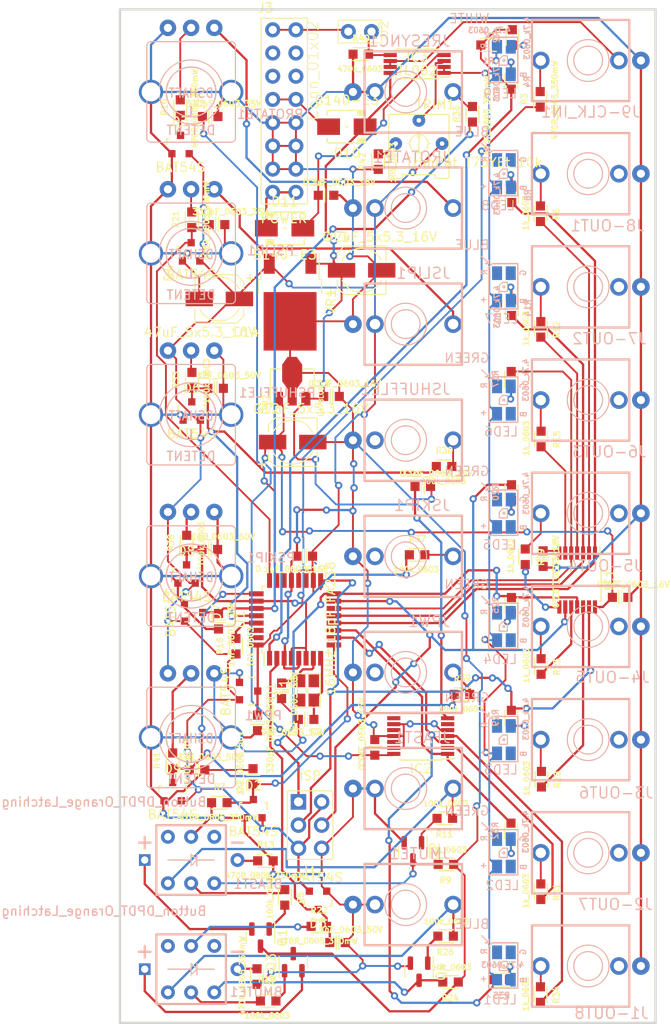
<source format=kicad_pcb>
(kicad_pcb (version 20210606) (generator pcbnew)
  (layers (0 "F.Cu" signal) (1 "In1.Cu" signal "Route2") (2 "In2.Cu" signal "Route3") (3 "In3.Cu" signal "Route4") (4 "In4.Cu" signal "Route5") (5 "In5.Cu" signal "Route6") (6 "In6.Cu" signal "Route7") (7 "In7.Cu" signal "Route8") (8 "In8.Cu" signal "Route9") (9 "In9.Cu" signal "Route10") (10 "In10.Cu" signal "Route11") (11 "In11.Cu" signal "Route12") (12 "In12.Cu" signal "Route13") (13 "In13.Cu" signal "Route14") (14 "In14.Cu" signal "Route15") (31 "B.Cu" signal) (34 "B.Paste" user) (35 "F.Paste" user) (36 "B.SilkS" user "B.Silkscreen") (37 "F.SilkS" user "F.Silkscreen") (38 "B.Mask" user) (39 "F.Mask" user) (44 "Edge.Cuts" user))
  (net 0 "")
  (net 1 "GND")
  (net 2 "+5V")
  (net 3 "Net-(J5-OUT4-Pad1)")
  (net 4 "Net-(BFAST1-Pad2)")
  (net 5 "Net-(BFAST1-Pad8)")
  (net 6 "Net-(BFAST1-Pad7)")
  (net 7 "Net-(BMUTE1-Pad2)")
  (net 8 "Net-(BMUTE1-Pad8)")
  (net 9 "Net-(BMUTE1-Pad7)")
  (net 10 "Net-(JPW1-Pad1)")
  (net 11 "Net-(JRESYNC1-Pad1)")
  (net 12 "Net-(JROTATE1-Pad1)")
  (net 13 "Net-(JSHUFFLE1-Pad1)")
  (net 14 "Net-(JSKIP1-Pad1)")
  (net 15 "Net-(JSLIP1-Pad1)")
  (net 16 "Net-(PPW1-Pad2)")
  (net 17 "Net-(PROTATE1-Pad2)")
  (net 18 "Net-(PSHUFFLE1-Pad2)")
  (net 19 "Net-(PSKIP1-Pad2)")
  (net 20 "Net-(PSLIP1-Pad2)")
  (net 21 "Net-(BFAST1-Pad6)")
  (net 22 "Net-(BFAST1-Pad5)")
  (net 23 "Net-(BFAST1-Pad4)")
  (net 26 "Net-(BMUTE1-Pad6)")
  (net 27 "Net-(BMUTE1-Pad5)")
  (net 28 "Net-(BMUTE1-Pad4)")
  (net 31 "/UC_CLK_IN")
  (net 32 "/UC_FAST")
  (net 33 "/UC_ROTATE")
  (net 34 "Net-(C4-Pad1)")
  (net 35 "Net-(C5-Pad1)")
  (net 36 "/UC_SLIP")
  (net 37 "/UC_MUTE")
  (net 38 "/UC_SHUFFLE")
  (net 39 "/UC_SYNC")
  (net 40 "/UC_SKIP")
  (net 41 "/UC_PW")
  (net 42 "+9V")
  (net 43 "+12V")
  (net 44 "-12VA")
  (net 45 "Net-(D10-Pad2)")
  (net 46 "Net-(D11-Pad1)")
  (net 47 "/UC_OUT1")
  (net 48 "Net-(IC1-Pad2)")
  (net 49 "/UC_OUT2")
  (net 50 "Net-(IC1-Pad4)")
  (net 51 "/UC_OUT3")
  (net 52 "Net-(IC1-Pad6)")
  (net 53 "Net-(IC1-Pad8)")
  (net 54 "/UC_OUT4_MOSI")
  (net 55 "/UC_OUT7")
  (net 56 "Net-(IC2-Pad2)")
  (net 57 "/UC_OUT8")
  (net 58 "Net-(IC2-Pad4)")
  (net 60 "/UC_OUT5_MISO")
  (net 61 "/UC_OUT6_SCK")
  (net 62 "/VREF")
  (net 63 "Net-(IC3-Pad3)")
  (net 64 "Net-(IC3-Pad5)")
  (net 65 "/IN-SW")
  (net 66 "Net-(J2-Pad2)")
  (net 72 "Net-(J1-OUT8-Pad1)")
  (net 74 "Net-(J2-OUT7-Pad1)")
  (net 76 "Net-(J3-OUT6-Pad1)")
  (net 78 "Net-(J4-OUT5-Pad1)")
  (net 81 "Net-(J6-OUT3-Pad1)")
  (net 83 "Net-(J7-OUT2-Pad1)")
  (net 85 "Net-(J8-OUT1-Pad1)")
  (net 90 "Net-(LED1-Pad3)")
  (net 92 "Net-(LED2-Pad4)")
  (net 95 "Net-(LED3-Pad4)")
  (net 98 "Net-(LED4-Pad4)")
  (net 101 "Net-(LED5-Pad4)")
  (net 104 "Net-(LED6-Pad4)")
  (net 108 "Net-(LED7-Pad3)")
  (net 111 "Net-(LED8-Pad3)")
  (net 113 "Net-(LED9-Pad4)")
  (net 114 "Net-(LED9-Pad3)")
  (net 115 "Net-(LED9-Pad1)")
  (net 116 "Net-(Q1-Pad1)")
  (net 117 "Net-(Q2-Pad1)")
  (net 118 "Net-(Q3-Pad1)")
  (net 119 "Net-(Q4-Pad1)")
  (net 120 "/UC_IN")
  (net 121 "Net-(R16-Pad1)")
  (net 122 "Net-(R42-Pad1)")
  (net 127 "Net-(J9-CLK_IN1-Pad1)")
  (net 128 "Net-(IC1-Pad10)")
  (net 129 "Net-(IC1-Pad12)")
  (net 133 "Net-(C18-Pad1)")
  (net 134 "Net-(C21-Pad1)")
  (footprint "4ms_Package_TO:TO-252-2" (layer "F.Cu") (at 18.64 32.02 -90)
    (fp_text reference "VR1")
    (fp_text value "L78M05CDT")
  )
  (footprint "4ms_Resistor:R_0603" (layer "F.Cu") (at 42.86 40.46 -90)
    (fp_text reference "R17")
    (fp_text value "4.7k_0603")
  )
  (footprint "4ms_Connector:Pins_2x08_2.54mm_TH" (layer "F.Cu") (at 18.01 11.12)
    (fp_text reference "J3")
    (fp_text value "POWER")
  )
  (footprint "4ms_Capacitor:C_0603" (layer "F.Cu") (at 54.8 64.32)
    (fp_text reference "C17")
    (fp_text value "0.1uF_0603_16V")
  )
  (footprint "4ms_Crystal:FA-238" (layer "F.Cu") (at 20.49 74.5 90)
    (fp_text reference "Y1")
    (fp_text value "16MHz_18pF_FA238")
  )
  (footprint "4ms_Resistor:R_0603" (layer "F.Cu") (at 46.11 35 90)
    (fp_text reference "R12")
    (fp_text value "1k_0603")
  )
  (footprint "4ms_Resistor:R_0603" (layer "F.Cu") (at 46.07 107.77 90)
    (fp_text reference "R34")
    (fp_text value "1k_0603")
  )
  (footprint "4ms_Resistor:R_0603" (layer "F.Cu") (at 7.87 23.01 -90)
    (fp_text reference "R21")
    (fp_text value "470R_0805_350mW")
  )
  (footprint "4ms_Resistor:R_0603" (layer "F.Cu") (at 28.3 16.65 -90)
    (fp_text reference "R42")
    (fp_text value "10k_0603")
  )
  (footprint "4ms_Capacitor:C_0603" (layer "F.Cu") (at 17.71 74.54 -90)
    (fp_text reference "C5")
    (fp_text value "9pF_0603_50V")
  )
  (footprint "4ms_Resistor:R_0603" (layer "F.Cu") (at 21.79 100.31 180)
    (fp_text reference "R22")
    (fp_text value "470R_0805_350mW")
  )
  (footprint "4ms_Resistor:R_0603" (layer "F.Cu") (at 46.18 84.21 90)
    (fp_text reference "R28")
    (fp_text value "1k_0603")
  )
  (footprint "4ms_Package_SOT:SOT23-3_PO132" (layer "F.Cu") (at 7.8 26.52)
    (fp_text reference "D4")
    (fp_text value "BAT54S")
  )
  (footprint "4ms_Resistor:R_0603" (layer "F.Cu") (at 32.56 59.66 180)
    (fp_text reference "R37")
    (fp_text value "100k_0603")
  )
  (footprint "Package_TO_SOT_SMD:SOT-23" (layer "F.Cu") (at 32.77 105.27 -90)
    (fp_text reference "Q4")
    (fp_text value "Si2318")
  )
  (footprint "4ms_Resistor:R_0603" (layer "F.Cu") (at 42.93 20.27 90)
    (fp_text reference "R8")
    (fp_text value "4.7k_0603")
  )
  (footprint "Package_TO_SOT_SMD:SOT-23" (layer "F.Cu") (at 32.09 92.1 -90)
    (fp_text reference "Q2")
    (fp_text value "Si2318")
  )
  (footprint "4ms_Package_SOT:SOT23-3_PO132" (layer "F.Cu") (at 21.7 97.46 180)
    (fp_text reference "D5")
    (fp_text value "BAT54S")
  )
  (footprint "4ms_Capacitor:C_0603" (layer "F.Cu") (at 8.45 83.2)
    (fp_text reference "C11")
    (fp_text value "1nF_0603_50V")
  )
  (footprint "4ms_Resistor:R_0603" (layer "F.Cu") (at 46.14 71.88 90)
    (fp_text reference "R23")
    (fp_text value "1k_0603")
  )
  (footprint "4ms_Diode:D_SMA" (layer "F.Cu") (at 18.04 23.94)
    (fp_text reference "D11")
    (fp_text value "B140-E3")
  )
  (footprint "4ms_Package_SSOP:TSSOP-14_4.4x5mm_P0.65mm" (layer "F.Cu") (at 32.95 79.49 180)
    (fp_text reference "IC2")
    (fp_text value "40106")
  )
  (footprint "4ms_Resistor:R_0603" (layer "F.Cu") (at 41.83 106.14)
    (fp_text reference "R35")
    (fp_text value "4.7k_0603")
  )
  (footprint "4ms_Capacitor:C_0603" (layer "F.Cu") (at 20.25 59.81 180)
    (fp_text reference "C15")
    (fp_text value "0.1uF_0603_16V")
  )
  (footprint "4ms_Capacitor:C_0603" (layer "F.Cu") (at 22.58 20.33)
    (fp_text reference "C16")
    (fp_text value "0.1uF_0603_16V")
  )
  (footprint "4ms_Resistor:R_0603" (layer "F.Cu") (at 42.91 32.63 90)
    (fp_text reference "R14")
    (fp_text value "4.7k_0603")
  )
  (footprint "4ms_Resistor:R_0603" (layer "F.Cu") (at 35.68 101.38)
    (fp_text reference "R26")
    (fp_text value "100k_0603")
  )
  (footprint "4ms_Capacitor:C_0603" (layer "F.Cu") (at 10.64 23.54)
    (fp_text reference "C6")
    (fp_text value "330pF_0603_35V")
  )
  (footprint "4ms_Resistor:R_0603" (layer "F.Cu") (at 5.78 82.19 -90)
    (fp_text reference "R41")
    (fp_text value "100k_0603")
  )
  (footprint "4ms_Resistor:R_0603" (layer "F.Cu") (at 10.89 86.78 180)
    (fp_text reference "R7")
    (fp_text value "470R_0805_350mW")
  )
  (footprint "4ms_Resistor:R_0603" (layer "F.Cu") (at 35.71 93.53)
    (fp_text reference "R9")
    (fp_text value "10k_0603")
  )
  (footprint "4ms_Package_SOT:SOT23-3_PO132" (layer "F.Cu") (at 14.62 87.43)
    (fp_text reference "D2")
    (fp_text value "BAT54S")
  )
  (footprint "4ms_Capacitor:C_0603" (layer "F.Cu") (at 27.92 80.73 90)
    (fp_text reference "C20")
    (fp_text value "0.1uF_0603_16V")
  )
  (footprint "4ms_Capacitor:C_0603" (layer "F.Cu") (at 46.36 60.08 -90)
    (fp_text reference "C18")
    (fp_text value "0.1uF_0603_16V")
  )
  (footprint "4ms_Resistor:R_0603" (layer "F.Cu") (at 44.4 59.88 90)
    (fp_text reference "R19")
    (fp_text value "1k_0603")
  )
  (footprint "4ms_Capacitor:C_0603" (layer "F.Cu") (at 20.4 77.67 180)
    (fp_text reference "C4")
    (fp_text value "9pF_0603_50V")
  )
  (footprint "4ms_Resistor:R_0603" (layer "F.Cu") (at 12.71 69.66 -90)
    (fp_text reference "R16")
    (fp_text value "10k_0603")
  )
  (footprint "4ms_Package_SSOP:TSSOP-14_4.4x5mm_P0.65mm" (layer "F.Cu") (at 50.09 62.42 -90)
    (fp_text reference "IC1")
    (fp_text value "40106")
  )
  (footprint "4ms_Capacitor:C_0603" (layer "F.Cu") (at 9.85 59.08)
    (fp_text reference "C10")
    (fp_text value "1nF_0603_50V")
  )
  (footprint "4ms_Capacitor:C_0603" (layer "F.Cu") (at 9.89 11.72)
    (fp_text reference "C3")
    (fp_text value "330pF_0603_35V")
  )
  (footprint "4ms_Capacitor:CP_Elec_5x5.3" (layer "F.Cu") (at 18.93 47.33)
    (fp_text reference "C12")
    (fp_text value "47uF_5x5.3_16V")
  )
  (footprint "4ms_Capacitor:CP_Elec_5x5.3" (layer "F.Cu") (at 10.89 31.67 180)
    (fp_text reference "C14")
    (fp_text value "47uF_5x5.3_16V")
  )
  (footprint "4ms_Resistor:R_0603" (layer "F.Cu") (at 40.39 3.89)
    (fp_text reference "R1")
    (fp_text value "4.7k_0603")
  )
  (footprint "4ms_Potentiometer:Pot_Trim_7x6.6mm_T73YE" (layer "F.Cu") (at 32.75 14.68)
    (fp_text reference "TRIM1")
    (fp_text value "TrimPot_T73YEt_10k")
  )
  (footprint "4ms_Connector:Pins_2x03_2.54mm_TH" (layer "F.Cu") (at 20.83 89.23)
    (fp_text reference "J1")
    (fp_text value "ISP")
  )
  (footprint "4ms_Resistor:R_0603" (layer "F.Cu") (at 16.24 108.47 180)
    (fp_text reference "R18")
    (fp_text value "100k_0603")
  )
  (footprint "4ms_Resistor:R_0603" (layer "F.Cu") (at 35.59 88.49)
    (fp_text reference "R11")
    (fp_text value "100k_0603")
  )
  (footprint "4ms_Resistor:R_0603" (layer "F.Cu") (at 7.31 58.38 -90)
    (fp_text reference "R38")
    (fp_text value "100k_0603")
  )
  (footprint "4ms_Resistor:R_0603" (layer "F.Cu") (at 38.62 11.47 -90)
    (fp_text reference "R36")
    (fp_text value "470R_0805_350mW")
  )
  (footprint "4ms_Package_SSOP:TSSOP-8_4.4x3mm_Pitch0.65mm" (layer "F.Cu") (at 32.56 5.97 180)
    (fp_text reference "IC3")
    (fp_text value "TL082")
  )
  (footprint "4ms_Resistor:R_0603" (layer "F.Cu") (at 42.87 7.87 90)
    (fp_text reference "R4")
    (fp_text value "4.7k_0603")
  )
  (footprint "4ms_Package_SOT:SOT23-3_PO132" (layer "F.Cu") (at 6.64 14.78)
    (fp_text reference "D3")
    (fp_text value "BAT54S")
  )
  (footprint "4ms_Resistor:R_0603" (layer "F.Cu") (at 7.89 40.56 -90)
    (fp_text reference "R33")
    (fp_text value "100k_0603")
  )
  (footprint "4ms_Resistor:R_0603" (layer "F.Cu") (at 42.89 65.19 -90)
    (fp_text reference "R25")
    (fp_text value "4.7k_0603")
  )
  (footprint "4ms_Resistor:R_0603" (layer "F.Cu") (at 42.9 52.85 -90)
    (fp_text reference "R20")
    (fp_text value "4.7k_0603")
  )
  (footprint "Package_TO_SOT_SMD:SOT-23" (layer "F.Cu") (at 15.4 101.54 -90)
    (fp_text reference "Q1")
    (fp_text value "Si2318")
  )
  (footprint "4ms_Package_SOT:SOT89-3" (layer "F.Cu") (at 18.87 41.1 90)
    (fp_text reference "VR2")
    (fp_text value "UA78L09")
  )
  (footprint "4ms_Resistor:R_0603" (layer "F.Cu") (at 46.11 96.52 90)
    (fp_text reference "R31")
    (fp_text value "1k_0603")
  )
  (footprint "4ms_Resistor:R_0603" (layer "F.Cu") (at 15.94 93.14 180)
    (fp_text reference "R13")
    (fp_text value "470R_0805_350mW")
  )
  (footprint "4ms_Resistor:R_0603" (layer "F.Cu") (at 26.39 4.9 180)
    (fp_text reference "R40")
    (fp_text value "470k_0603")
  )
  (footprint "4ms_Resistor:R_0603" (layer "F.Cu") (at 42.84 89.87 -90)
    (fp_text reference "R32")
    (fp_text value "4.7k_0603")
  )
  (footprint "4ms_Diode:D_SMA" (layer "F.Cu") (at 24.86 12.83 180)
    (fp_text reference "D10")
    (fp_text value "B140-E3")
  )
  (footprint "4ms_Capacitor:CP_Elec_5x5.3" (layer "F.Cu") (at 26.48 28.54)
    (fp_text reference "C13")
    (fp_text value "47uF_5x5.3_16V")
  )
  (footprint "4ms_Package_SOT:SOT23-3_PO132" (layer "F.Cu") (at 7.87 43.93)
    (fp_text reference "D6")
    (fp_text value "BAT54S")
  )
  (footprint "4ms_Resistor:R_0603" (layer "F.Cu") (at 6.61 10.74 -90)
    (fp_text reference "R10")
    (fp_text value "470R_0805_350mW")
  )
  (footprint "4ms_Resistor:R_0603" (layer "F.Cu") (at 42.88 77.53 -90)
    (fp_text reference "R29")
    (fp_text value "4.7k_0603")
  )
  (footprint "4ms_Resistor:R_0603" (layer "F.Cu") (at 15.02 105.8 90)
    (fp_text reference "R27")
    (fp_text value "470R_0805_350mW")
  )
  (footprint "4ms_Capacitor:C_0603" (layer "F.Cu") (at 14.58 83.91 90)
    (fp_text reference "C2")
    (fp_text value "1nF_0603_50V")
  )
  (footprint "4ms_Capacitor:C_0603" (layer "F.Cu") (at 10.48 41.45)
    (fp_text reference "C8")
    (fp_text value "1nF_0603_50V")
  )
  (footprint "4ms_Package_SOT:SOT23-3_PO132" (layer "F.Cu") (at 14.1 74.57 -90)
    (fp_text reference "D1")
    (fp_text value "BAT54S")
  )
  (footprint "4ms_Resistor:R_0603" (layer "F.Cu") (at 36.22 106.4)
    (fp_text reference "R24")
    (fp_text value "10k_0603")
  )
  (footprint "4ms_Resistor:R_0603" (layer "F.Cu") (at 46.14 46.99 90)
    (fp_text reference "R15")
    (fp_text value "1k_0603")
  )
  (footprint "4ms_Connector:Pins_1x02_2.54mm_TH" (layer "F.Cu") (at 26.29 2.42 -90)
    (fp_text reference "J2")
    (fp_text value "Conn_01x02")
  )
  (footprint "4ms_Package_SOT:SOT23-3_PO132" (layer "F.Cu") (at 8.07 65.97 -90)
    (fp_text reference "D7")
    (fp_text value "BAT54S")
  )
  (footprint "4ms_Resistor:R_0603" (layer "F.Cu") (at 37.47 74.93 180)
    (fp_text reference "R39")
    (fp_text value "100k_0603")
  )
  (footprint "4ms_Package_SOT:SOT23-3_PO132" (layer "F.Cu") (at 5.78 85.57)
    (fp_text reference "D9")
    (fp_text value "BAT54S")
  )
  (footprint "4ms_Resistor:R_0603" (layer "F.Cu") (at 46.04 9.84 -90)
    (fp_text reference "R3")
    (fp_text value "470R_0805_350mW")
  )
  (footprint "4ms_Resistor:R_0603" (layer "F.Cu") (at 46.07 22.35 90)
    (fp_text reference "R6")
    (fp_text value "1k_0603")
  )
  (footprint "4ms_Capacitor:C_0603" (layer "F.Cu") (at 10.8 66.93 -90)
    (fp_text reference "C9")
    (fp_text value "1nF_0603_50V")
  )
  (footprint "4ms_Capacitor:C_0603" (layer "F.Cu") (at 23.84 102.08)
    (fp_text reference "C7")
    (fp_text value "1nF_0603_50V")
  )
  (footprint "4ms_Package_QFP:TQFP-32_7x7mm_P0.8mm" (layer "F.Cu") (at 19.19 66.73 90)
    (fp_text reference "U1")
    (fp_text value "ATmega328-A")
  )
  (footprint "4ms_Resistor:R_0603" (layer "F.Cu") (at 18.06 97.14 90)
    (fp_text reference "R5")
    (fp_text value "100k_0603")
  )
  (footprint "4ms_Capacitor:C_0603" (layer "F.Cu") (at 15.07 78.05 -90)
    (fp_text reference "C1")
    (fp_text value "330pF_0603_35V")
  )
  (footprint "4ms_Resistor:R_0603" (layer "F.Cu") (at 35.51 50 180)
    (fp_text reference "R30")
    (fp_text value "100k_0603")
  )
  (footprint "4ms_Capacitor:C_0603" (layer "F.Cu") (at 23.18 42.34)
    (fp_text reference "C19")
    (fp_text value "0.1uF_0603_16V")
  )
  (footprint "4ms_Package_SOT:SOT23-3_PO132" (layer "F.Cu") (at 7.3 61.76)
    (fp_text reference "D8")
    (fp_text value "BAT54S")
  )
  (footprint "4ms_Resistor:R_0603" (layer "F.Cu") (at 42.99 3.07 -90)
    (fp_text reference "R2")
    (fp_text value "4.7k_0603")
  )
  (footprint "4ms_Capacitor:C_0603" (layer "F.Cu") (at 33.18 52.18)
    (fp_text reference "C21")
    (fp_text value "0.1uF_0603_16V")
  )
  (footprint "Package_TO_SOT_SMD:SOT-23" (layer "F.Cu") (at 18.99 104.23 90)
    (fp_text reference "Q3")
    (fp_text value "Si2318")
  )
  (footprint "4ms_Jack:EighthInch_PJ398SM" (layer "B.Cu") (at 51.308 17.9705)
    (fp_text reference "J8-OUT1")
    (fp_text value "JACK-MONO-SWB" hide)
  )
  (footprint "4ms_Switch:Button_LED_PB61303" (layer "B.Cu") (at 7.7978 93.0529 180)
    (fp_text reference "BFAST1")
    (fp_text value "Button_DPDT_Orange_Latching")
  )
  (footprint "4ms_Jack:EighthInch_PJ398SM" (layer "B.Cu") (at 31.2928 9.0297 180)
    (fp_text reference "JRESYNC1")
    (fp_text value "JRESYNC" hide)
  )
  (footprint "4ms_Jack:EighthInch_PJ398SM" (layer "B.Cu") (at 31.2928 34.4297 180)
    (fp_text reference "JSLIP1")
    (fp_text value "JSLIP" hide)
  )
  (footprint "4ms_Potentiometer:Pot_9mm_Dshaft_Det" (layer "B.Cu") (at 7.7978 44.3357 180)
    (fp_text reference "PSHUFFLE1")
    (fp_text value "9mm_CtrDet_10k_DShaft" hide)
  )
  (footprint "4ms_LED:LED_PLCC-4" (layer "B.Cu") (at 42.0624 92.2655 -90)
    (fp_text reference "LED2")
    (fp_text value "GREEN")
  )
  (footprint "4ms_Jack:EighthInch_PJ398SM" (layer "B.Cu") (at 51.308 30.353)
    (fp_text reference "J7-OUT2")
    (fp_text value "JACK-MONO-SWB" hide)
  )
  (footprint "4ms_Jack:EighthInch_PJ398SM" (layer "B.Cu") (at 51.308 42.7355)
    (fp_text reference "J6-OUT3")
    (fp_text value "JACK-MONO-SWB" hide)
  )
  (footprint "4ms_Potentiometer:Pot_9mm_Dshaft_Det" (layer "B.Cu") (at 7.7978 26.6827 180)
    (fp_text reference "PSLIP1")
    (fp_text value "9mm_CtrDet_10k_DShaft" hide)
  )
  (footprint "4ms_Potentiometer:Pot_9mm_Dshaft_Det" (layer "B.Cu") (at 7.7978 79.6417 180)
    (fp_text reference "PPW1")
    (fp_text value "9mm_CtrDet_10k_DShaft" hide)
  )
  (footprint "4ms_Jack:EighthInch_PJ398SM" (layer "B.Cu") (at 51.308 104.648)
    (fp_text reference "J1-OUT8")
    (fp_text value "JACK-MONO-SWB" hide)
  )
  (footprint "4ms_Jack:EighthInch_PJ398SM" (layer "B.Cu") (at 31.2928 72.5297 180)
    (fp_text reference "JPW1")
    (fp_text value "JPW" hide)
  )
  (footprint "4ms_Jack:EighthInch_PJ398SM" (layer "B.Cu") (at 31.2928 97.9297 180)
    (fp_text reference "JMUTE1")
    (fp_text value "3.5mm_Stereo_SymSmall_0.05" hide)
  )
  (footprint "4ms_Switch:Button_LED_PB61303" (layer "B.Cu") (at 7.7978 104.9909 180)
    (fp_text reference "BMUTE1")
    (fp_text value "Button_DPDT_Orange_Latching")
  )
  (footprint "4ms_Jack:EighthInch_PJ398SM" (layer "B.Cu") (at 51.308 5.588)
    (fp_text reference "J9-CLK_IN1")
    (fp_text value "JCLK_IN" hide)
  )
  (footprint "4ms_Jack:EighthInch_PJ398SM" (layer "B.Cu") (at 31.2928 59.8297 180)
    (fp_text reference "JSKIP1")
    (fp_text value "JSKIP" hide)
  )
  (footprint "4ms_Jack:EighthInch_PJ398SM" (layer "B.Cu") (at 51.308 92.2655)
    (fp_text reference "J2-OUT7")
    (fp_text value "JACK-MONO-SWB" hide)
  )
  (footprint "4ms_Jack:EighthInch_PJ398SM" (layer "B.Cu") (at 51.308 67.5005)
    (fp_text reference "J4-OUT5")
    (fp_text value "JACK-MONO-SWB" hide)
  )
  (footprint "4ms_Jack:EighthInch_PJ398SM" (layer "B.Cu") (at 31.2928 47.1297 180)
    (fp_text reference "JSHUFFLE1")
    (fp_text value "JSHUFFLE" hide)
  )
  (footprint "4ms_Jack:EighthInch_PJ398SM" (layer "B.Cu") (at 31.2928 85.2297 180)
    (fp_text reference "JFAST1")
    (fp_text value "3.5mm_Stereo_SymSmall_0.05" hide)
  )
  (footprint "4ms_LED:LED_PLCC-4" (layer "B.Cu") (at 42.0624 42.7355 -90)
    (fp_text reference "LED6")
    (fp_text value "GREEN")
  )
  (footprint "4ms_Potentiometer:Pot_9mm_Dshaft_Det" (layer "B.Cu") (at 7.7978 61.9887 180)
    (fp_text reference "PSKIP1")
    (fp_text value "9mm_CtrDet_10k_DShaft" hide)
  )
  (footprint "4ms_LED:LED_PLCC-4" (layer "B.Cu") (at 42.0624 5.588 -90)
    (fp_text reference "LED9")
    (fp_text value "WHITE")
  )
  (footprint "4ms_Potentiometer:Pot_9mm_Dshaft_Det" (layer "B.Cu") (at 7.7978 9.0297 180)
    (fp_text reference "PROTATE1")
    (fp_text value "9mm_CtrDet_10k_DShaft" hide)
  )
  (footprint "4ms_LED:LED_PLCC-4" (layer "B.Cu") (at 42.0624 30.353 -90)
    (fp_text reference "LED7")
    (fp_text value "BLUE")
  )
  (footprint "4ms_LED:LED_PLCC-4" (layer "B.Cu") (at 42.0624 67.5005 -90)
    (fp_text reference "LED4")
    (fp_text value "GREEN")
  )
  (footprint "4ms_Jack:EighthInch_PJ398SM" (layer "B.Cu") (at 51.308 79.883)
    (fp_text reference "J3-OUT6")
    (fp_text value "JACK-MONO-SWB" hide)
  )
  (footprint "4ms_LED:LED_PLCC-4" (layer "B.Cu") (at 42.0624 17.9705 -90)
    (fp_text reference "LED8")
    (fp_text value "BLUE")
  )
  (footprint "4ms_LED:LED_PLCC-4" (layer "B.Cu") (at 42.0624 55.118 -90)
    (fp_text reference "LED5")
    (fp_text value "GREEN")
  )
  (footprint "4ms_LED:LED_PLCC-4" (layer "B.Cu") (at 42.0624 79.883 -90)
    (fp_text reference "LED3")
    (fp_text value "GREEN")
  )
  (footprint "4ms_Jack:EighthInch_PJ398SM" (layer "B.Cu") (at 51.308 55.118)
    (fp_text reference "J5-OUT4")
    (fp_text value "JACK-MONO-SWB" hide)
  )
  (footprint "4ms_Jack:EighthInch_PJ398SM" (layer "B.Cu") (at 31.2928 21.7297 180)
    (fp_text reference "JROTATE1")
    (fp_text value "JROTATE" hide)
  )
  (footprint "4ms_LED:LED_PLCC-4" (layer "B.Cu") (at 42.0624 104.648 -90)
    (fp_text reference "LED1")
    (fp_text value "BLUE")
  )
  (gr_line (start 58.674 0) (end 58.674 110.871) (layer "Edge.Cuts") (width 0.254))
  (gr_line (start 58.674 110.871) (end 0 110.871) (layer "Edge.Cuts") (width 0.254))
  (gr_line (start 0 0) (end 58.674 0) (layer "Edge.Cuts") (width 0.254))
  (gr_line (start 0 110.871) (end 0 0) (layer "Edge.Cuts") (width 0.254))
  (segment (start 19.55 77.67) (end 19.55 79.45) (width 0.2032) (layer "F.Cu") (net 1))
  (segment (start 6.98 85.52) (end 9.3 83.2) (width 0.25) (layer "F.Cu") (net 1))
  (segment (start 25.527 52.463) (end 25.527 54.857) (width 0.2032) (layer "F.Cu") (net 1))
  (segment (start 3.403763 61.986857) (end 3.403763 79.639857) (width 0.25) (layer "F.Cu") (net 1))
  (segment (start 5.257963 19.670457) (end 3.403763 21.524657) (width 0.25) (layer "F.Cu") (net 1))
  (segment (start 57.0738 104.648) (end 57.0738 92.2655) (width 0.25) (layer "F.Cu") (net 1))
  (segment (start 5.230142 86.57076) (end 6.280902 85.52) (width 0.25) (layer "F.Cu") (net 1))
  (segment (start 11.49 23.54) (end 11.49 25.978694) (width 0.2032) (layer "F.Cu") (net 1))
  (segment (start 57.0738 55.118) (end 57.0738 60.6438) (width 0.25) (layer "F.Cu") (net 1))
  (segment (start 9.429098 67.78) (end 10.8 67.78) (width 0.25) (layer "F.Cu") (net 1))
  (segment (start 18.79 63.62) (end 18.42 63.99) (width 0.25) (layer "F.Cu") (net 1))
  (segment (start 31.76 78.19) (end 31.79 78.16) (width 0.2032) (layer "F.Cu") (net 1))
  (segment (start 16.79 93.14) (end 16.79 94.59) (width 0.25) (layer "F.Cu") (net 1))
  (segment (start 25.2173 34.12) (end 25.527 34.4297) (width 0.2032) (layer "F.Cu") (net 1))
  (segment (start 12.192163 9.027857) (end 10.69 10.53002) (width 0.25) (layer "F.Cu") (net 1))
  (segment (start 19.55 77.67) (end 17.71 75.83) (width 0.2032) (layer "F.Cu") (net 1))
  (segment (start 18.64 34.12) (end 18.64 39.5365) (width 0.2032) (layer "F.Cu") (net 1))
  (segment (start 22.59 54.74) (end 22.62 54.77) (width 0.25) (layer "F.Cu") (net 1))
  (segment (start 28.31 79.49) (end 30 79.49) (width 0.2032) (layer "F.Cu") (net 1))
  (segment (start 3.403763 26.680857) (end 3.403763 44.333857) (width 0.25) (layer "F.Cu") (net 1))
  (segment (start 34.13 53.58) (end 34.13 52.28) (width 0.2032) (layer "F.Cu") (net 1))
  (segment (start 31.09 80.6282) (end 31.09 79.3282) (width 0.2032) (layer "F.Cu") (net 1))
  (segment (start 11.33 43.471694) (end 12.192163 44.333857) (width 0.2032) (layer "F.Cu") (net 1))
  (segment (start 11.33 38.315494) (end 11.33 41.45) (width 0.2032) (layer "F.Cu") (net 1))
  (segment (start 24.12046 97.9297) (end 22.65 96.45924) (width 0.2032) (layer "F.Cu") (net 1))
  (segment (start 18.07 70.9) (end 17.99 70.98) (width 0.25) (layer "F.Cu") (net 1))
  (segment (start 25.527 31.693) (end 28.68 28.54) (width 0.2032) (layer "F.Cu") (net 1))
  (segment (start 19.38 54.74) (end 22.59 54.74) (width 0.25) (layer "F.Cu") (net 1))
  (segment (start 17.71 75.83) (end 17.71 75.39) (width 0.2032) (layer "F.Cu") (net 1))
  (segment (start 30.949022 80.79) (end 30 80.79) (width 0.25) (layer "F.Cu") (net 1))
  (segment (start 12.192163 79.639857) (end 14.330143 79.639857) (width 0.25) (layer "F.Cu") (net 1))
  (segment (start 57.0738 42.7355) (end 57.0738 55.118) (width 0.25) (layer "F.Cu") (net 1))
  (segment (start 25.527 47.1297) (end 25.527 49.627) (width 0.2032) (layer "F.Cu") (net 1))
  (segment (start 22.8365 39.7665) (end 18.87 39.7665) (width 0.2032) (layer "F.Cu") (net 1))
  (segment (start 28.68 28.54) (end 27.15 27.01) (width 0.2032) (layer "F.Cu") (net 1))
  (segment (start 3.403763 61.986857) (end 5.576097 61.986857) (width 0.25) (layer "F.Cu") (net 1))
  (segment (start 3.403763 13.494523) (end 5.69 15.78076) (width 0.25) (layer "F.Cu") (net 1))
  (segment (start 13.1 73.61924) (end 13.09924 73.62) (width 0.2032) (layer "F.Cu") (net 1))
  (segment (start 57.0738 17.9705) (end 57.0738 30.353) (width 0.25) (layer "F.Cu") (net 1))
  (segment (start 27.8 79.76) (end 27.92 79.88) (width 0.2032) (layer "F.Cu") (net 1))
  (segment (start 25.527 72.5297) (end 25.527 76.647) (width 0.2032) (layer "F.Cu") (net 1))
  (segment (start 5.576097 61.986857) (end 6.35 62.76076) (width 0.25) (layer "F.Cu") (net 1))
  (segment (start 24.69 102.08) (end 26.59 103.98) (width 0.2032) (layer "F.Cu") (net 1))
  (segment (start 3.403763 79.639857) (end 3.403763 85.144523) (width 0.25) (layer "F.Cu") (net 1))
  (segment (start 46.49 61.06) (end 46.36 60.93) (width 0.25) (layer "F.Cu") (net 1))
  (segment (start 25.527 97.9297) (end 27.94 97.9297) (width 0.2032) (layer "F.Cu") (net 1))
  (segment (start 34.43 78.14) (end 35.13 78.84) (width 0.2032) (layer "F.Cu") (net 1))
  (segment (start 27.92 79.88) (end 28.31 79.49) (width 0.2032) (layer "F.Cu") (net 1))
  (segment (start 3.403763 21.524657) (end 3.403763 26.680857) (width 0.25) (layer "F.Cu") (net 1))
  (segment (start 27.94 87.9625) (end 31.14 91.1625) (width 0.25) (layer "F.Cu") (net 1))
  (segment (start 16.74 17.47) (end 19.28 17.47) (width 0.2032) (layer "F.Cu") (net 1))
  (segment (start 14.44 83.2) (end 14.58 83.06) (width 0.2032) (layer "F.Cu") (net 1))
  (segment (start 25.527 34.4297) (end 25.527 31.693) (width 0.2032) (layer "F.Cu") (net 1))
  (segment (start 16.74 14.93) (end 16.74 17.47) (width 0.2032) (layer "F.Cu") (net 1))
  (segment (start 10.7 55.338494) (end 10.337963 54.976457) (width 0.25) (layer "F.Cu") (net 1))
  (segment (start 25.527 101.243) (end 24.69 102.08) (width 0.2032) (layer "F.Cu") (net 1))
  (segment (start 5.69 15.78076) (end 5.69 19.23842) (width 0.25) (layer "F.Cu") (net 1))
  (segment (start 22.1 91.77) (end 22.1 94.67) (width 0.2032) (layer "F.Cu") (net 1))
  (segment (start 7.06924 65.420142) (end 9.429098 67.78) (width 0.25) (layer "F.Cu") (net 1))
  (segment (start 19.4 59.81) (end 18.79 60.42) (width 0.25) (layer "F.Cu") (net 1))
  (segment (start 11.49 25.978694) (end 12.192163 26.680857) (width 0.2032) (layer "F.Cu") (net 1))
  (segment (start 19.28 17.47) (end 19.28 14.93) (width 0.2032) (layer "F.Cu") (net 1))
  (segment (start 25.557 17.5) (end 25.527 17.47) (width 0.2032) (layer "F.Cu") (net 1))
  (segment (start 25.54 9.0167) (end 25.527 9.0297) (width 0.25) (layer "F.Cu") (net 1))
  (segment (start 13.67 88.43076) (end 14.070142 88.43076) (width 0.25) (layer "F.Cu") (net 1))
  (segment (start 16.79 93.14) (end 13.67 90.02) (width 0.25) (layer "F.Cu") (net 1))
  (segment (start 27.8 78.26) (end 27.8 79.76) (width 0.2032) (layer "F.Cu") (net 1))
  (segment (start 31.09 79.3282) (end 30.9282 79.49) (width 0.2032) (layer "F.Cu") (net 1))
  (segment (start 25.54 4.9) (end 25.54 9.0167) (width 0.25) (layer "F.Cu") (net 1))
  (segment (start 6.280902 85.52) (end 6.98 85.52) (width 0.25) (layer "F.Cu") (net 1))
  (segment (start 19.59 71.904022) (end 19.59 70.98) (width 0.25) (layer "F.Cu") (net 1))
  (segment (start 24.03 40.96) (end 22.8365 39.7665) (width 0.2032) (layer "F.Cu") (net 1))
  (segment (start 30 78.19) (end 30.9282 78.19) (width 0.2032) (layer "F.Cu") (net 1))
  (segment (start 18.79 62.48) (end 18.79 63.62) (width 0.25) (layer "F.Cu") (net 1))
  (segment (start 4.75 87.94) (end 4.75 86.65076) (width 0.25) (layer "F.Cu") (net 1))
  (segment (start 7.06924 65.02) (end 7.06924 65.420142) (width 0.25) (layer "F.Cu") (net 1))
  (segment (start 19.389511 72.104511) (end 19.59 71.904022) (width 0.25) (layer "F.Cu") (net 1))
  (segment (start 12.192163 61.986857) (end 10.7 60.494694) (width 0.25) (layer "F.Cu") (net 1))
  (segment (start 3.403763 44.333857) (end 3.403763 61.986857) (width 0.25) (layer "F.Cu") (net 1))
  (segment (start 30.9282 78.19) (end 31.09 78.3518) (width 0.2032) (layer "F.Cu") (net 1))
  (segment (start 13.67 88.43076) (end 11.11076 88.43076) (width 0.25) (layer "F.Cu") (net 1))
  (segment (start 19.55 79.45) (end 20.04 79.94) (width 0.2032) (layer "F.Cu") (net 1))
  (segment (start 6.35 64.30076) (end 7.06924 65.02) (width 0.25) (layer "F.Cu") (net 1))
  (segment (start 16.57 105.32) (end 15.24 106.65) (width 0.2032) (layer "F.Cu") (net 1))
  (segment (start 9.3 83.2) (end 14.44 83.2) (width 0.2032) (layer "F.Cu") (net 1))
  (segment (start 25.527 59.8297) (end 27.14 61.4427) (width 0.2032) (layer "F.Cu") (net 1))
  (segment (start 24.1273 20.33) (end 25.527 21.7297) (width 0.25) (layer "F.Cu") (net 1))
  (segment (start 25.527 97.9297) (end 24.12046 97.9297) (width 0.2032) (layer "F.Cu") (net 1))
  (segment (start 16.79 94.59) (end 16.8 94.6) (width 0.25) (layer "F.Cu") (net 1))
  (segment (start 25.3267 47.33) (end 25.527 47.1297) (width 0.2032) (layer "F.Cu") (net 1))
  (segment (start 18.79 60.42) (end 18.79 62.48) (width 0.25) (layer "F.Cu") (net 1))
  (segment (start 22.1 91.77) (end 25.527 88.343) (width 0.2032) (layer "F.Cu") (net 1))
  (segment (start 6.85 27.52076) (end 6.85 27.23) (width 0.2032) (layer "F.Cu") (net 1))
  (segment (start 25.527 76.647) (end 26.1 77.22) (width 0.2032) (layer "F.Cu") (net 1))
  (segment (start 30.9282 79.49) (end 30 79.49) (width 0.2032) (layer "F.Cu") (net 1))
  (segment (start 57.0738 60.6438) (end 57.0738 62.8962) (width 0.25) (layer "F.Cu") (net 1))
  (segment (start 23.43 20.33) (end 24.1273 20.33) (width 0.25) (layer "F.Cu") (net 1))
  (segment (start 3.403763 9.027857) (end 3.403763 13.494523) (width 0.25) (layer "F.Cu") (net 1))
  (segment (start 26.59 103.98) (end 26.59 104.64) (width 0.2032) (layer "F.Cu") (net 1))
  (segment (start 30.42 104.67) (end 31.4825 104.67) (width 0.2032) (layer "F.Cu") (net 1))
  (segment (start 5.69 19.23842) (end 5.257963 19.670457) (width 0.25) (layer "F.Cu") (net 1))
  (segment (start 17.99 70.98) (end 17.99 72.03) (width 0.25) (layer "F.Cu") (net 1))
  (segment (start 27.15 27.01) (end 25.19 27.01) (width 0.2032) (layer "F.Cu") (net 1))
  (segment (start 25.527 54.857) (end 25.527 59.8297) (width 0.2032) (layer "F.Cu") (net 1))
  (segment (start 10.7 59.08) (end 10.7 55.338494) (width 0.25) (layer "F.Cu") (net 1))
  (segment (start 11.33 41.45) (end 11.33 43.471694) (width 0.2032) (layer "F.Cu") (net 1))
  (segment (start 18.64 34.12) (end 25.2173 34.12) (width 0.2032) (layer "F.Cu") (net 1))
  (segment (start 25.527 43.837) (end 24.03 42.34) (width 0.2032) (layer "F.Cu") (net 1))
  (segment (start 31.09 78.3518) (end 31.09 79.3282) (width 0.2032) (layer "F.Cu") (net 1))
  (segment (start 57.0738 62.8962) (end 55.65 64.32) (width 0.25) (layer "F.Cu") (net 1))
  (segment (start 27.14 61.4427) (end 27.14 62.78) (width 0.2032) (layer "F.Cu") (net 1))
  (segment (start 4.75 86.65076) (end 4.83 86.57076) (width 0.25) (layer "F.Cu") (net 1))
  (segment (start 25.527 49.627) (end 25.61 49.71) (width 0.2032) (layer "F.Cu") (net 1))
  (segment (start 25.527 97.9297) (end 25.527 101.243) (width 0.2032) (layer "F.Cu") (net 1))
  (segment (start 6.85 27.23) (end 7.399143 26.680857) (width 0.2032) (layer "F.Cu") (net 1))
  (segment (start 4.83 86.57076) (end 5.230142 86.57076) (width 0.25) (layer "F.Cu") (net 1))
  (segment (start 22.1 94.67) (end 22.1 95.90924) (width 0.2032) (layer "F.Cu") (net 1))
  (segment (start 14.330143 79.639857) (end 15.07 78.9) (width 0.25) (layer "F.Cu") (net 1))
  (segment (start 30 78.19) (end 31.76 78.19) (width 0.2032) (layer "F.Cu") (net 1))
  (segment (start 21.13 47.33) (end 25.3267 47.33) (width 0.2032) (layer "F.Cu") (net 1))
  (segment (start 13.67 90.02) (end 13.67 88.43076) (width 0.25) (layer "F.Cu") (net 1))
  (segment (start 6.35 62.76076) (end 6.35 64.30076) (width 0.25) (layer "F.Cu") (net 1))
  (segment (start 8.69 29.36076) (end 6.85 27.52076) (width 0.2032) (layer "F.Cu") (net 1))
  (segment (start 30 80.79) (end 30.9282 80.79) (width 0.2032) (layer "F.Cu") (net 1))
  (segment (start 13.1 72.56) (end 13.1 73.61924) (width 0.2032) (layer "F.Cu") (net 1))
  (segment (start 35.13 78.84) (end 35.9 78.84) (width 0.2032) (layer "F.Cu") (net 1))
  (segment (start 31.4825 104.67) (end 31.82 104.3325) (width 0.2032) (layer "F.Cu") (net 1))
  (segment (start 30.9282 80.79) (end 31.09 80.6282) (width 0.2032) (layer "F.Cu") (net 1))
  (segment (start 57.0738 92.2655) (end 57.0738 79.883) (width 0.25) (layer "F.Cu") (net 1))
  (segment (start 10.337963 37.323457) (end 11.33 38.315494) (width 0.2032) (layer "F.Cu") (net 1))
  (segment (start 19.28 14.93) (end 19.28 12.39) (width 0.2032) (layer "F.Cu") (net 1))
  (segment (start 57.0738 30.353) (end 57.0738 42.7355) (width 0.25) (layer "F.Cu") (net 1))
  (segment (start 6.92 44.63) (end 6.623857 44.333857) (width 0.2032) (layer "F.Cu") (net 1))
  (segment (start 16.74 12.39) (end 19.28 12.39) (width 0.2032) (layer "F.Cu") (net 1))
  (segment (start 57.0738 67.5005) (end 57.0738 79.883) (width 0.25) (layer "F.Cu") (net 1))
  (segment (start 25.527 47.1297) (end 25.527 43.837) (width 0.2032) (layer "F.Cu") (net 1))
  (segment (start 10.7 60.494694) (end 10.7 59.08) (width 0.25) (layer "F.Cu") (net 1))
  (segment (start 18.064511 72.104511) (end 19.389511 72.104511) (width 0.25) (layer "F.Cu") (net 1))
  (segment (start 57.0738 5.588) (end 57.0738 17.9705) (width 0.25) (layer "F.Cu") (net 1))
  (segment (start 34.13 52.28) (end 34.03 52.18) (width 0.2032) (layer "F.Cu") (net 1))
  (segment (start 25.65 52.34) (end 25.527 52.463) (width 0.2032) (layer "F.Cu") (net 1))
  (segment (start 10.69 10.53002) (end 10.74 10.58002) (width 0.25) (layer "F.Cu") (net 1))
  (segment (start 18.07 69.08) (end 18.07 70.9) (width 0.25) (layer "F.Cu") (net 1))
  (segment (start 10.74 10.58002) (end 10.74 11.72) (width 0.25) (layer "F.Cu") (net 1))
  (segment (start 16.74 12.39) (end 16.74 14.93) (width 0.2032) (layer "F.Cu") (net 1))
  (segment (start 28.3 17.5) (end 25.557 17.5) (width 0.2032) (layer "F.Cu") (net 1))
  (segment (start 17.99 72.03) (end 18.064511 72.104511) (width 0.25) (layer "F.Cu") (net 1))
  (segment (start 11.11076 88.43076) (end 11.11 88.43) (width 0.25) (layer "F.Cu") (net 1))
  (segment (start 19.4 59.81) (end 19.4 58.06) (width 0.25) (layer "F.Cu") (net 1))
  (segment (start 8.69 31.67) (end 8.69 29.36076) (width 0.2032) (layer "F.Cu") (net 1))
  (segment (start 24.03 42.34) (end 24.03 40.96) (width 0.2032) (layer "F.Cu") (net 1))
  (segment (start 22.1 95.90924) (end 22.65 96.45924) (width 0.2032) (layer "F.Cu") (net 1))
  (segment (start 27.94 85.2297) (end 27.94 87.9625) (width 0.25) (layer "F.Cu") (net 1))
  (segment (start 47.9 61.06) (end 46.49 61.06) (width 0.25) (layer "F.Cu") (net 1))
  (segment (start 16.74 14.93) (end 19.28 14.93) (width 0.2032) (layer "F.Cu") (net 1))
  (segment (start 25.527 88.343) (end 25.527 85.2297) (width 0.2032) (layer "F.Cu") (net 1))
  (segment (start 15.24 106.65) (end 15.02 106.65) (width 0.2032) (layer "F.Cu") (net 1))
  (segment (start 3.403763 85.144523) (end 4.83 86.57076) (width 0.25) (layer "F.Cu") (net 1))
  (segment (start 57.0738 67.5005) (end 57.0738 62.7162) (width 0.25) (layer "F.Cu") (net 1))
  (segment (start 25.527 9.0297) (end 27.94 9.0297) (width 0.25) (layer "F.Cu") (net 1))
  (segment (start 18.64 39.5365) (end 18.87 39.7665) (width 0.2032) (layer "F.Cu") (net 1))
  (segment (start 6.92 44.93076) (end 6.92 44.63) (width 0.2032) (layer "F.Cu") (net 1))
  (via (at 30.42 104.67) (size 0.8) (drill 0.4) (layers "F.Cu" "B.Cu") (net 1))
  (via (at 19.4 58.06) (size 0.8) (drill 0.4) (layers "F.Cu" "B.Cu") (net 1))
  (via (at 47.9 61.06) (size 0.8) (drill 0.4) (layers "F.Cu" "B.Cu") (net 1))
  (via (at 19.38 54.74) (size 0.8) (drill 0.4) (layers "F.Cu" "B.Cu") (net 1))
  (via (at 13.1 72.56) (size 0.8) (drill 0.4) (layers "F.Cu" "B.Cu") (net 1))
  (via (at 11.11 88.43) (size 0.8) (drill 0.4) (layers "F.Cu" "B.Cu") (net 1))
  (via (at 47.9 61.06) (size 0.8) (drill 0.4) (layers "F.Cu" "B.Cu") (net 1))
  (via (at 25.19 27.01) (size 0.8) (drill 0.4) (layers "F.Cu" "B.Cu") (net 1))
  (via (at 25.19 27.01) (size 0.8) (drill 0.4) (layers "F.Cu" "B.Cu") (net 1))
  (via (at 34.13 53.58) (size 0.8) (drill 0.4) (layers "F.Cu" "B.Cu") (net 1))
  (via (at 4.75 87.94) (size 0.8) (drill 0.4) (layers "F.Cu" "B.Cu") (net 1))
  (via (at 26.59 104.64) (size 0.8) (drill 0.4) (layers "F.Cu" "B.Cu") (net 1))
  (via (at 18.07 69.08) (size 0.8) (drill 0.4) (layers "F.Cu" "B.Cu") (net 1))
  (via (at 27.14 62.78) (size 0.8) (drill 0.4) (layers "F.Cu" "B.Cu") (net 1))
  (via (at 22.62 54.77) (size 0.8) (drill 0.4) (layers "F.Cu" "B.Cu") (net 1))
  (via (at 34.13 53.58) (size 0.8) (drill 0.4) (layers "F.Cu" "B.Cu") (net 1))
  (via (at 20.04 79.94) (size 0.8) (drill 0.4) (layers "F.Cu" "B.Cu") (net 1))
  (via (at 25.65 52.34) (size 0.8) (drill 0.4) (layers "F.Cu" "B.Cu") (net 1))
  (via (at 27.14 62.78) (size 0.8) (drill 0.4) (layers "F.Cu" "B.Cu") (net 1))
  (via (at 13.1 72.56) (size 0.8) (drill 0.4) (layers "F.Cu" "B.Cu") (net 1))
  (via (at 20.04 79.94) (size 0.8) (drill 0.4) (layers "F.Cu" "B.Cu") (net 1))
  (via (at 25.527 17.47) (size 0.8) (drill 0.4) (layers "F.Cu" "B.Cu") (net 1))
  (via (at 25.65 52.34) (size 0.8) (drill 0.4) (layers "F.Cu" "B.Cu") (net 1))
  (via (at 16.8 94.6) (size 0.8) (drill 0.4) (layers "F.Cu" "B.Cu") (net 1))
  (via (at 25.61 49.71) (size 0.8) (drill 0.4) (layers "F.Cu" "B.Cu") (net 1))
  (via (at 16.57 105.32) (size 0.8) (drill 0.4) (layers "F.Cu" "B.Cu") (net 1))
  (via (at 18.42 63.99) (size 0.8) (drill 0.4) (layers "F.Cu" "B.Cu") (net 1))
  (via (at 31.79 78.16) (size 0.8) (drill 0.4) (layers "F.Cu" "B.Cu") (net 1))
  (via (at 7.399143 26.680857) (size 0.8) (drill 0.4) (layers "F.Cu" "B.Cu") (net 1))
  (via (at 34.43 78.14) (size 0.8) (drill 0.4) (layers "F.Cu" "B.Cu") (net 1))
  (via (at 27.8 78.26) (size 0.8) (drill 0.4) (layers "F.Cu" "B.Cu") (net 1))
  (via (at 18.07 69.08) (size 0.8) (drill 0.4) (layers "F.Cu" "B.Cu") (net 1))
  (via (at 26.1 77.22) (size 0.8) (drill 0.4) (layers "F.Cu" "B.Cu") (net 1))
  (via (at 4.75 87.94) (size 0.8) (drill 0.4) (layers "F.Cu" "B.Cu") (net 1))
  (via (at 16.57 105.32) (size 0.8) (drill 0.4) (layers "F.Cu" "B.Cu") (net 1))
  (via (at 6.623857 44.333857) (size 0.8) (drill 0.4) (layers "F.Cu" "B.Cu") (net 1))
  (via (at 27.8 78.26) (size 0.8) (drill 0.4) (layers "F.Cu" "B.Cu") (net 1))
  (via (at 22.1 94.67) (size 0.8) (drill 0.4) (layers "F.Cu" "B.Cu") (net 1))
  (via (at 30.42 104.67) (size 0.8) (drill 0.4) (layers "F.Cu" "B.Cu") (net 1))
  (via (at 25.527 54.857) (size 0.8) (drill 0.4) (layers "F.Cu" "B.Cu") (net 1))
  (segment (start 18.81 81.17) (end 13.722306 81.17) (width 0.2032) (layer "B.Cu") (net 1))
  (segment (start 22.6403 9.0297) (end 25.527 9.0297) (width 0.2032) (layer "B.Cu") (net 1))
  (segment (start 26.59 104.64) (end 30.39 104.64) (width 0.2032) (layer "B.Cu") (net 1))
  (segment (start 3.403763 61.986857) (end 12.192163 61.986857) (width 0.25) (layer "B.Cu") (net 1))
  (segment (start 3.403763 26.680857) (end 7.399143 26.680857) (width 0.25) (layer "B.Cu") (net 1))
  (segment (start 18.42 68.73) (end 18.07 69.08) (width 0.25) (layer "B.Cu") (net 1))
  (segment (start 27.14 67.5) (end 25.527 69.113) (width 0.2032) (layer "B.Cu") (net 1))
  (segment (start 6.623857 44.333857) (end 12.192163 44.333857) (width 0.25) (layer "B.Cu") (net 1))
  (segment (start 13.722306 81.17) (end 12.192163 79.639857) (width 0.2032) (layer "B.Cu") (net 1))
  (segment (start 5.24 88.43) (end 4.75 87.94) (width 0.25) (layer "B.Cu") (net 1))
  (segment (start 31.9773 53.58) (end 34.13 53.58) (width 0.2032) (layer "B.Cu") (net 1))
  (segment (start 3.403763 79.639857) (end 12.192163 79.639857) (width 0.25) (layer "B.Cu") (net 1))
  (segment (start 25.44 54.77) (end 25.527 54.857) (width 0.25) (layer "B.Cu") (net 1))
  (segment (start 19.4 58.06) (end 19.4 54.76) (width 0.25) (layer "B.Cu") (net 1))
  (segment (start 16.8 94.6) (end 22.03 94.6) (width 0.25) (layer "B.Cu") (net 1))
  (segment (start 19.28 12.39) (end 22.6403 9.0297) (width 0.2032) (layer "B.Cu") (net 1))
  (segment (start 22.03 94.6) (end 22.1 94.67) (width 0.25) (layer "B.Cu") (net 1))
  (segment (start 3.403763 44.333857) (end 6.623857 44.333857) (width 0.25) (layer "B.Cu") (net 1))
  (segment (start 30.39 104.64) (end 30.42 104.67) (width 0.2032) (layer "B.Cu") (net 1))
  (segment (start 25.91 105.32) (end 16.57 105.32) (width 0.2032) (layer "B.Cu") (net 1))
  (segment (start 36.0297 0.94) (end 27.94 9.0297) (width 0.25) (layer "B.Cu") (net 1))
  (segment (start 57.0738 55.118) (end 51.1318 61.06) (width 0.25) (layer "B.Cu") (net 1))
  (segment (start 25.61 49.71) (end 25.61 52.3) (width 0.2032) (layer "B.Cu") (net 1))
  (segment (start 26.1 77.22) (end 27.14 78.26) (width 0.2032) (layer "B.Cu") (net 1))
  (segment (start 57.0738 5.588) (end 52.4258 0.94) (width 0.25) (layer "B.Cu") (net 1))
  (segment (start 12.192163 79.639857) (end 12.192163 79.243931) (width 0.2032) (layer "B.Cu") (net 1))
  (segment (start 15.554306 12.39) (end 16.74 12.39) (width 0.25) (layer "B.Cu") (net 1))
  (segment (start 10.337963 72.629457) (end 13.030543 72.629457) (width 0.2032) (layer "B.Cu") (net 1))
  (segment (start 25.19 27.01) (end 25.527 26.673) (width 0.2032) (layer "B.Cu") (net 1))
  (segment (start 13.030543 72.629457) (end 13.1 72.56) (width 0.2032) (layer "B.Cu") (net 1))
  (segment (start 25.527 47.1297) (end 31.9773 53.58) (width 0.2032) (layer "B.Cu") (net 1))
  (segment (start 12.192163 79.243931) (end 10.337963 77.389731) (width 0.2032) (layer "B.Cu") (net 1))
  (segment (start 18.42 63.99) (end 18.42 68.73) (width 0.25) (layer "B.Cu") (net 1))
  (segment (start 10.337963 77.389731) (end 10.337963 72.629457) (width 0.2032) (layer "B.Cu") (net 1))
  (segment (start 3.403763 9.027857) (end 12.192163 9.027857) (width 0.25) (layer "B.Cu") (net 1))
  (segment (start 19.28 17.47) (end 25.527 17.47) (width 0.2032) (layer "B.Cu") (net 1))
  (segment (start 11.11 88.43) (end 5.24 88.43) (width 0.25) (layer "B.Cu") (net 1))
  (segment (start 12.192163 9.027857) (end 15.554306 12.39) (width 0.25) (layer "B.Cu") (net 1))
  (segment (start 31.79 78.16) (end 34.41 78.16) (width 0.2032) (layer "B.Cu") (net 1))
  (segment (start 51.1318 61.06) (end 47.9 61.06) (width 0.25) (layer "B.Cu") (net 1))
  (segment (start 25.527 17.47) (end 25.527 21.7297) (width 0.2032) (layer "B.Cu") (net 1))
  (segment (start 22.62 54.77) (end 25.44 54.77) (width 0.25) (layer "B.Cu") (net 1))
  (segment (start 25.61 52.3) (end 25.65 52.34) (width 0.2032) (layer "B.Cu") (net 1))
  (segment (start 5.257963 2.017457) (end 3.403763 3.871657) (width 0.25) (layer "B.Cu") (net 1))
  (segment (start 7.399143 26.680857) (end 12.192163 26.680857) (width 0.25) (layer "B.Cu") (net 1))
  (segment (start 3.403763 3.871657) (end 3.403763 9.027857) (width 0.25) (layer "B.Cu") (net 1))
  (segment (start 27.14 78.26) (end 27.8 78.26) (width 0.2032) (layer "B.Cu") (net 1))
  (segment (start 19.4 54.76) (end 19.38 54.74) (width 0.25) (layer "B.Cu") (net 1))
  (segment (start 25.527 69.113) (end 25.527 72.5297) (width 0.2032) (layer "B.Cu") (net 1))
  (segment (start 34.41 78.16) (end 34.43 78.14) (width 0.2032) (layer "B.Cu") (net 1))
  (segment (start 27.94 85.2297) (end 25.527 85.2297) (width 0.25) (layer "B.Cu") (net 1))
  (segment (start 20.04 79.94) (end 18.81 81.17) (width 0.2032) (layer "B.Cu") (net 1))
  (segment (start 52.4258 0.94) (end 36.0297 0.94) (width 0.25) (layer "B.Cu") (net 1))
  (segment (start 26.59 104.64) (end 25.91 105.32) (width 0.2032) (layer "B.Cu") (net 1))
  (segment (start 25.527 26.673) (end 25.527 21.7297) (width 0.2032) (layer "B.Cu") (net 1))
  (segment (start 27.14 62.78) (end 27.14 67.5) (width 0.2032) (layer "B.Cu") (net 1))
  (segment (start 12.26 31.67) (end 13.09 31.67) (width 0.2032) (layer "F.Cu") (net 2))
  (segment (start 9.67 75.52) (end 7.38 77.81) (width 0.2032) (layer "F.Cu") (net 2))
  (segment (start 8.82 44.93076) (end 8.82 46.85) (width 0.2032) (layer "F.Cu") (net 2))
  (segment (start 5.257963 37.323457) (end 6.159663 38.225157) (width 0.2032) (layer "F.Cu") (net 2))
  (segment (start 19.56 91.77) (end 20.734511 90.595489) (width 0.25) (layer "F.Cu") (net 2))
  (segment (start 7.64675 62.76076) (end 8.25 62.76076) (width 0.2032) (layer "F.Cu") (net 2))
  (segment (start 19.56 91.77) (end 19.56 95.26924) (width 0.25) (layer "F.Cu") (net 2))
  (segment (start 20.39 64.761508) (end 21.19 63.961508) (width 0.2032) (layer "F.Cu") (net 2))
  (segment (start 18.53 29.99) (end 18.53 30) (width 0.2032) (layer "F.Cu") (net 2))
  (segment (start 8.30142 34.28) (end 9.65 34.28) (width 0.2032) (layer "F.Cu") (net 2))
  (segment (start 12.71 70.51) (end 10.65924 70.51) (width 0.2032) (layer "F.Cu") (net 2))
  (segment (start 21.19 63.961508) (end 21.19 62.48) (width 0.2032) (layer "F.Cu") (net 2))
  (segment (start 13.09 31.09) (end 13.09 31.67) (width 0.2032) (layer "F.Cu") (net 2))
  (segment (start 19.56 95.26924) (end 20.75 96.45924) (width 0.25) (layer "F.Cu") (net 2))
  (segment (start 5.265926 66.92) (end 5.257963 66.912037) (width 0.2032) (layer "F.Cu") (net 2))
  (segment (start 20.734511 90.595489) (end 20.734511 88.705489) (width 0.25) (layer "F.Cu") (net 2))
  (segment (start 7.06924 66.92) (end 5.265926 66.92) (width 0.2032) (layer "F.Cu") (net 2))
  (segment (start 35.29 14.68) (end 32.15 17.82) (width 0.2032) (layer "F.Cu") (net 2))
  (segment (start 27.94 43.14) (end 26.76 44.32) (width 0.2032) (layer "F.Cu") (net 2))
  (segment (start 7.59 15.78076) (end 9.135152 17.325912) (width 0.2032) (layer "F.Cu") (net 2))
  (segment (start 12.71 70.51) (end 11.84 71.38) (width 0.2032) (layer "F.Cu") (net 2))
  (segment (start 18.79 70.98) (end 18.79 69.9768) (width 0.2032) (layer "F.Cu") (net 2))
  (segment (start 20.39 69.9768) (end 20.39 70.98) (width 0.2032) (layer "F.Cu") (net 2))
  (segment (start 5.257963 37.323457) (end 8.30142 34.28) (width 0.2032) (layer "F.Cu") (net 2))
  (segment (start 9.12 27.15076) (end 8.75 27.52076) (width 0.2032) (layer "F.Cu") (net 2))
  (segment (start 18.9168 69.85) (end 20.2632 69.85) (width 0.2032) (layer "F.Cu") (net 2))
  (segment (start 16.36 27.82) (end 18.53 29.99) (width 0.2032) (layer "F.Cu") (net 2))
  (segment (start 9.65 34.28) (end 12.26 31.67) (width 0.2032) (layer "F.Cu") (net 2))
  (segment (start 13.09924 75.52) (end 9.67 75.52) (width 0.2032) (layer "F.Cu") (net 2))
  (segment (start 6.73 86.57076) (end 7.38924 86.57076) (width 0.2032) (layer "F.Cu") (net 2))
  (segment (start 21.1 62.39) (end 21.19 62.48) (width 0.2032) (layer "F.Cu") (net 2))
  (segment (start 6.159663 42.623765) (end 8.466658 44.93076) (width 0.2032) (layer "F.Cu") (net 2))
  (segment (start 8.466658 44.93076) (end 8.82 44.93076) (width 0.2032) (layer "F.Cu") (net 2))
  (segment (start 23.96 52.07) (end 23.96 56.4) (width 0.2032) (layer "F.Cu") (net 2))
  (segment (start 5.257963 60.371973) (end 7.64675 62.76076) (width 0.2032) (layer "F.Cu") (net 2))
  (segment (start 8.94076 27.52076) (end 13.09 31.67) (width 0.2032) (layer "F.Cu") (net 2))
  (segment (start 19.59 61.4768) (end 19.687911 61.378889) (width 0.2032) (layer "F.Cu") (net 2))
  (segment (start 7.31076 63.7) (end 8.25 62.76076) (width 0.2032) (layer "F.Cu") (net 2))
  (segment (start 20.734511 88.705489) (end 22.1 87.34) (width 0.25) (layer "F.Cu") (net 2))
  (segment (start 23.96 56.4) (end 21.1 59.26) (width 0.2032) (layer "F.Cu") (net 2))
  (segment (start 9.135152 17.325912) (end 9.135152 21.695152) (width 0.2032) (layer "F.Cu") (net 2))
  (segment (start 20.39 70.98) (end 20.39 64.761508) (width 0.2032) (layer "F.Cu") (net 2))
  (segment (start 32.15 17.82) (end 32.07 17.82) (width 0.2032) (layer "F.Cu") (net 2))
  (segment (start 21.19 61.43) (end 21.19 62.48) (width 0.2032) (layer "F.Cu") (net 2))
  (segment (start 11.84 71.38) (end 11.84 74.26076) (width 0.2032) (layer "F.Cu") (net 2))
  (segment (start 9.135152 21.695152) (end 9.14 21.7) (width 0.2032) (layer "F.Cu") (net 2))
  (segment (start 19.59 62.48) (end 19.59 61.4768) (width 0.2032) (layer "F.Cu") (net 2))
  (segment (start 9.12 25.65) (end 9.12 27.15076) (width 0.2032) (layer "F.Cu") (net 2))
  (segment (start 19.687911 61.378889) (end 21.138889 61.378889) (width 0.2032) (layer "F.Cu") (net 2))
  (segment (start 11.84 74.26076) (end 13.09924 75.52) (width 0.2032) (layer "F.Cu") (net 2))
  (segment (start 15.63 89.6) (end 15.63 88.49076) (width 0.25) (layer "F.Cu") (net 2))
  (segment (start 21.138889 61.378889) (end 21.19 61.43) (width 0.2032) (layer "F.Cu") (net 2))
  (segment (start 20.2632 69.85) (end 20.39 69.9768) (width 0.2032) (layer "F.Cu") (net 2))
  (segment (start 6.159663 38.225157) (end 6.159663 42.623765) (width 0.2032) (layer "F.Cu") (net 2))
  (segment (start 27.94 34.4297) (end 27.94 43.14) (width 0.2032) (layer "F.Cu") (net 2))
  (segment (start 22.1 87.34) (end 22.1 86.69) (width 0.25) (layer "F.Cu") (net 2))
  (segment (start 8.82 46.85) (end 8.84 46.87) (width 0.2032) (layer "F.Cu") (net 2))
  (segment (start 21.1 59.26) (end 21.1 59.81) (width 0.2032) (layer "F.Cu") (net 2))
  (segment (start 7.38924 86.57076) (end 8.6 85.36) (width 0.2032) (layer "F.Cu") (net 2))
  (segment (start 5.257963 54.976457) (end 5.257963 60.371973) (width 0.2032) (layer "F.Cu") (net 2))
  (segment (start 21.1 59.81) (end 21.1 62.39) (width 0.2032) (layer "F.Cu") (net 2))
  (segment (start 7.38 77.81) (end 7.38 81.16) (width 0.2032) (layer "F.Cu") (net 2))
  (segment (start 18.79 69.9768) (end 18.9168 69.85) (width 0.2032) (layer "F.Cu") (net 2))
  (segment (start 10.65924 70.51) (end 7.06924 66.92) (width 0.2032) (layer "F.Cu") (net 2))
  (segment (start 8.75 27.52076) (end 8.94076 27.52076) (width 0.2032) (layer "F.Cu") (net 2))
  (segment (start 7.22 63.7) (end 7.31076 63.7) (width 0.2032) (layer "F.Cu") (net 2))
  (segment (start 16.36 27.82) (end 13.09 31.09) (width 0.2032) (layer "F.Cu") (net 2))
  (segment (start 15.63 88.49076) (end 15.57 88.43076) (width 0.25) (layer "F.Cu") (net 2))
  (via (at 9.12 25.65) (size 0.8) (drill 0.4) (layers "F.Cu" "B.Cu") (net 2))
  (via (at 8.6 85.36) (size 0.8) (drill 0.4) (layers "F.Cu" "B.Cu") (net 2))
  (via (at 5.257963 66.912037) (size 0.8) (drill 0.4) (layers "F.Cu" "B.Cu") (net 2))
  (via (at 15.63 89.6) (size 0.8) (drill 0.4) (layers "F.Cu" "B.Cu") (net 2))
  (via (at 7.22 63.7) (size 0.8) (drill 0.4) (layers "F.Cu" "B.Cu") (net 2))
  (via (at 8.84 46.87) (size 0.8) (drill 0.4) (layers "F.Cu" "B.Cu") (net 2))
  (via (at 26.76 44.32) (size 0.8) (drill 0.4) (layers "F.Cu" "B.Cu") (net 2))
  (via (at 7.22 63.7) (size 0.8) (drill 0.4) (layers "F.Cu" "B.Cu") (net 2))
  (via (at 9.12 25.65) (size 0.8) (drill 0.4) (layers "F.Cu" "B.Cu") (net 2))
  (via (at 15.63 89.6) (size 0.8) (drill 0.4) (layers "F.Cu" "B.Cu") (net 2))
  (via (at 26.76 44.32) (size 0.8) (drill 0.4) (layers "F.Cu" "B.Cu") (net 2))
  (via (at 32.07 17.82) (size 0.8) (drill 0.4) (layers "F.Cu" "B.Cu") (net 2))
  (via (at 18.53 30) (size 0.8) (drill 0.4) (layers "F.Cu" "B.Cu") (net 2))
  (via (at 9.14 21.7) (size 0.8) (drill 0.4) (layers "F.Cu" "B.Cu") (net 2))
  (via (at 8.84 46.87) (size 0.8) (drill 0.4) (layers "F.Cu" "B.Cu") (net 2))
  (via (at 7.38 81.16) (size 0.8) (drill 0.4) (layers "F.Cu" "B.Cu") (net 2))
  (via (at 32.07 17.82) (size 0.8) (drill 0.4) (layers "F.Cu" "B.Cu") (net 2))
  (via (at 23.96 52.07) (size 0.8) (drill 0.4) (layers "F.Cu" "B.Cu") (net 2))
  (segment (start 23.6 50.43) (end 23.6 51.71) (width 0.2032) (layer "B.Cu") (net 2))
  (segment (start 23.6 51.71) (end 23.96 52.07) (width 0.2032) (layer "B.Cu") (net 2))
  (segment (start 23.6 46.843863) (end 23.6 50.43) (width 0.2032) (layer "B.Cu") (net 2))
  (segment (start 19.56 91.77) (end 17.39 89.6) (width 0.25) (layer "B.Cu") (net 2))
  (segment (start 8.6 85.28) (end 8.6 85.36) (width 0.2032) (layer "B.Cu") (net 2))
  (segment (start 27.94 30.37) (end 27.94 34.4297) (width 0.2032) (layer "B.Cu") (net 2))
  (segment (start 21.36 60.52) (end 21.48 60.64) (width 0.2032) (layer "B.Cu") (net 2))
  (segment (start 8.84 51.39442) (end 5.257963 54.976457) (width 0.2032) (layer "B.Cu") (net 2))
  (segment (start 9.14 21.7) (end 9.14 25.63) (width 0.2032) (layer "B.Cu") (net 2))
  (segment (start 26.123863 44.32) (end 23.6 46.843863) (width 0.2032) (layer "B.Cu") (net 2))
  (segment (start 15.63 89.6) (end 11.28 85.25) (width 0.25) (layer "B.Cu") (net 2))
  (segment (start 27.94 21.7297) (end 27.94 30.37) (width 0.2032) (layer "B.Cu") (net 2))
  (segment (start 17.39 89.6) (end 15.63 89.6) (width 0.25) (layer "B.Cu") (net 2))
  (segment (start 7.38 81.16) (end 7.38 84.06) (width 0.2032) (layer "B.Cu") (net 2))
  (segment (start 5.257963 72.629457) (end 5.257963 66.912037) (width 0.2032) (layer "B.Cu") (net 2))
  (segment (start 27.94 30.37) (end 27.88 30.43) (width 0.2032) (layer "B.Cu") (net 2))
  (segment (start 27.88 30.43) (end 18.96 30.43) (width 0.2032) (layer "B.Cu") (net 2))
  (segment (start 19.56 91.77) (end 19.56 91.98) (width 0.25) (layer "B.Cu") (net 2))
  (segment (start 8.71 85.25) (end 8.6 85.36) (width 0.25) (layer "B.Cu") (net 2))
  (segment (start 32.07 17.82) (end 31.8497 17.82) (width 0.2032) (layer "B.Cu") (net 2))
  (segment (start 26.76 44.32) (end 26.123863 44.32) (width 0.2032) (layer "B.Cu") (net 2))
  (segment (start 5.257963 65.662037) (end 7.22 63.7) (width 0.2032) (layer "B.Cu") (net 2))
  (segment (start 18.96 30.43) (end 18.53 30) (width 0.2032) (layer "B.Cu") (net 2))
  (segment (start 5.257963 66.912037) (end 5.257963 65.662037) (width 0.2032) (layer "B.Cu") (net 2))
  (segment (start 31.8497 17.82) (end 27.94 21.7297) (width 0.2032) (layer "B.Cu") (net 2))
  (segment (start 9.14 25.63) (end 9.12 25.65) (width 0.2032) (layer "B.Cu") (net 2))
  (segment (start 7.38 84.06) (end 8.6 85.28) (width 0.2032) (layer "B.Cu") (net 2))
  (segment (start 8.84 46.87) (end 8.84 51.39442) (width 0.2032) (layer "B.Cu") (net 2))
  (segment (start 11.28 85.25) (end 8.71 85.25) (width 0.25) (layer "B.Cu") (net 2))
  (segment (start 46.101 55.118) (end 46.101 57.329) (width 0.2032) (layer "F.Cu") (net 3))
  (segment (start 46.101 57.329) (end 44.4 59.03) (width 0.2032) (layer "F.Cu") (net 3))
  (segment (start 10.04 88.2707) (end 7.7978 90.5129) (width 0.25) (layer "F.Cu") (net 4))
  (segment (start 10.04 86.78) (end 10.04 88.2707) (width 0.25) (layer "F.Cu") (net 4))
  (segment (start 12.9649 93.14) (end 12.8778 93.0529) (width 0.25) (layer "F.Cu") (net 5))
  (segment (start 15.09 93.14) (end 12.9649 93.14) (width 0.25) (layer "F.Cu") (net 5))
  (segment (start 2.7178 95.6778) (end 2.7178 93.0529) (width 0.25) (layer "F.Cu") (net 6))
  (segment (start 14.45 100.6025) (end 7.6425 100.6025) (width 0.25) (layer "F.Cu") (net 6))
  (segment (start 7.6425 100.6025) (end 2.7178 95.6778) (width 0.25) (layer "F.Cu") (net 6))
  (segment (start 20.88 100.37) (end 20.94 100.31) (width 0.25) (layer "F.Cu") (net 7))
  (segment (start 19.48 100.37) (end 20.88 100.37) (width 0.25) (layer "F.Cu") (net 7))
  (via (at 19.48 100.37) (size 0.8) (drill 0.4) (layers "F.Cu" "B.Cu") (net 7))
  (via (at 19.48 100.37) (size 0.8) (drill 0.4) (layers "F.Cu" "B.Cu") (net 7))
  (segment (start 7.7978 102.4509) (end 9.8787 100.37) (width 0.25) (layer "B.Cu") (net 7))
  (segment (start 9.8787 100.37) (end 19.48 100.37) (width 0.25) (layer "B.Cu") (net 7))
  (segment (start 15.02 104.95) (end 12.9187 104.95) (width 0.25) (layer "F.Cu") (net 8))
  (segment (start 12.9187 104.95) (end 12.8778 104.9909) (width 0.25) (layer "F.Cu") (net 8))
  (segment (start 17.539022 109.67) (end 4.99 109.67) (width 0.25) (layer "F.Cu") (net 9))
  (segment (start 2.7178 107.3978) (end 2.7178 104.9909) (width 0.25) (layer "F.Cu") (net 9))
  (segment (start 4.99 109.67) (end 2.7178 107.3978) (width 0.25) (layer "F.Cu") (net 9))
  (segment (start 19.94 105.1675) (end 19.94 107.269022) (width 0.25) (layer "F.Cu") (net 9))
  (segment (start 19.94 107.269022) (end 17.539022 109.67) (width 0.25) (layer "F.Cu") (net 9))
  (segment (start 38.32 74.93) (end 38.32 74.3499) (width 0.25) (layer "F.Cu") (net 10))
  (segment (start 38.32 74.3499) (end 36.4998 72.5297) (width 0.25) (layer "F.Cu") (net 10))
  (segment (start 38.62 10.62) (end 38.0901 10.62) (width 0.2032) (layer "F.Cu") (net 11))
  (segment (start 38.0901 10.62) (end 36.4998 9.0297) (width 0.2032) (layer "F.Cu") (net 11))
  (segment (start 13.87 5.549494) (end 10.337963 2.017457) (width 0.25) (layer "F.Cu") (net 12))
  (segment (start 36.4998 21.7297) (end 33.630089 18.859989) (width 0.25) (layer "F.Cu") (net 12))
  (segment (start 33.630089 18.859989) (end 24.410011 18.859989) (width 0.25) (layer "F.Cu") (net 12))
  (segment (start 13.87 12.52) (end 13.87 5.549494) (width 0.25) (layer "F.Cu") (net 12))
  (via (at 13.87 12.52) (size 0.8) (drill 0.4) (layers "F.Cu" "B.Cu") (net 12))
  (via (at 24.410011 18.859989) (size 0.8) (drill 0.4) (layers "F.Cu" "B.Cu") (net 12))
  (segment (start 13.87 16.226362) (end 16.503627 18.859989) (width 0.25) (layer "B.Cu") (net 12))
  (segment (start 13.87 12.52) (end 13.87 16.226362) (width 0.25) (layer "B.Cu") (net 12))
  (segment (start 16.503627 18.859989) (end 24.410011 18.859989) (width 0.25) (layer "B.Cu") (net 12))
  (segment (start 36.4998 47.1297) (end 36.4998 49.8602) (width 0.2032) (layer "F.Cu") (net 13))
  (segment (start 36.4998 49.8602) (end 36.36 50) (width 0.2032) (layer "F.Cu") (net 13))
  (segment (start 33.41 59.66) (end 36.3301 59.66) (width 0.2032) (layer "F.Cu") (net 14))
  (segment (start 36.3301 59.66) (end 36.4998 59.8297) (width 0.2032) (layer "F.Cu") (net 14))
  (segment (start 36.4998 33.064702) (end 29.595098 26.16) (width 0.25) (layer "F.Cu") (net 15))
  (segment (start 13.12 22.452494) (end 10.337963 19.670457) (width 0.25) (layer "F.Cu") (net 15))
  (segment (start 29.595098 26.16) (end 15.461888 26.16) (width 0.25) (layer "F.Cu") (net 15))
  (segment (start 36.4998 34.4297) (end 36.4998 33.064702) (width 0.25) (layer "F.Cu") (net 15))
  (segment (start 13.12 23.818112) (end 13.12 22.452494) (width 0.25) (layer "F.Cu") (net 15))
  (segment (start 15.461888 26.16) (end 13.12 23.818112) (width 0.25) (layer "F.Cu") (net 15))
  (segment (start 5.78 74.64742) (end 7.797963 72.629457) (width 0.25) (layer "F.Cu") (net 16))
  (segment (start 5.78 81.34) (end 5.78 74.64742) (width 0.25) (layer "F.Cu") (net 16))
  (segment (start 6.61 3.20542) (end 7.797963 2.017457) (width 0.2032) (layer "F.Cu") (net 17))
  (segment (start 6.61 9.89) (end 6.61 3.20542) (width 0.2032) (layer "F.Cu") (net 17))
  (segment (start 7.797963 39.617963) (end 7.89 39.71) (width 0.2032) (layer "F.Cu") (net 18))
  (segment (start 7.797963 37.323457) (end 7.797963 39.617963) (width 0.2032) (layer "F.Cu") (net 18))
  (segment (start 7.31 57.53) (end 7.31 55.46442) (width 0.25) (layer "F.Cu") (net 19))
  (segment (start 7.31 55.46442) (end 7.797963 54.976457) (width 0.25) (layer "F.Cu") (net 19))
  (segment (start 7.797963 19.670457) (end 7.797963 22.087963) (width 0.2032) (layer "F.Cu") (net 20))
  (segment (start 7.797963 22.087963) (end 7.87 22.16) (width 0.2032) (layer "F.Cu") (net 20))
  (segment (start 32.09 94.54) (end 32.11 94.56) (width 0.2032) (layer "F.Cu") (net 21))
  (segment (start 32.09 93.0375) (end 32.5825 93.53) (width 0.2032) (layer "F.Cu") (net 21))
  (segment (start 32.5825 93.53) (end 34.86 93.53) (width 0.2032) (layer "F.Cu") (net 21))
  (segment (start 32.09 93.0375) (end 32.09 94.54) (width 0.2032) (layer "F.Cu") (net 21))
  (via (at 32.11 94.56) (size 0.8) (drill 0.4) (layers "F.Cu" "B.Cu") (net 21))
  (via (at 32.11 94.56) (size 0.8) (drill 0.4) (layers "F.Cu" "B.Cu") (net 21))
  (segment (start 31.0771 95.5929) (end 10.3378 95.5929) (width 0.2032) (layer "B.Cu") (net 21))
  (segment (start 32.11 94.56) (end 31.0771 95.5929) (width 0.2032) (layer "B.Cu") (net 21))
  (segment (start 17.670589 96.679411) (end 18.06 96.29) (width 0.25) (layer "F.Cu") (net 22))
  (segment (start 7.7978 95.5929) (end 8.884311 96.679411) (width 0.25) (layer "F.Cu") (net 22))
  (segment (start 8.884311 96.679411) (end 17.670589 96.679411) (width 0.25) (layer "F.Cu") (net 22))
  (segment (start 36.44 85.2895) (end 36.4998 85.2297) (width 0.2032) (layer "F.Cu") (net 23))
  (segment (start 36.44 88.49) (end 36.44 85.2895) (width 0.2032) (layer "F.Cu") (net 23))
  (segment (start 27.8895 93.84) (end 36.4998 85.2297) (width 0.25) (layer "B.Cu") (net 23))
  (segment (start 18.27 93.84) (end 27.8895 93.84) (width 0.25) (layer "B.Cu") (net 23))
  (segment (start 9.0007 91.85) (end 18.27 91.85) (width 0.25) (layer "B.Cu") (net 23))
  (segment (start 5.2578 95.5929) (end 9.0007 91.85) (width 0.25) (layer "B.Cu") (net 23))
  (segment (start 18.27 91.85) (end 18.27 93.84) (width 0.25) (layer "B.Cu") (net 23))
  (segment (start 32.77 106.2075) (end 35.1775 106.2075) (width 0.25) (layer "F.Cu") (net 26))
  (segment (start 31.4675 107.51) (end 32.77 106.2075) (width 0.25) (layer "F.Cu") (net 26))
  (segment (start 35.1775 106.2075) (end 35.37 106.4) (width 0.25) (layer "F.Cu") (net 26))
  (segment (start 31.17 107.51) (end 31.4675 107.51) (width 0.25) (layer "F.Cu") (net 26))
  (via (at 31.17 107.51) (size 0.8) (drill 0.4) (layers "F.Cu" "B.Cu") (net 26))
  (via (at 31.17 107.51) (size 0.8) (drill 0.4) (layers "F.Cu" "B.Cu") (net 26))
  (segment (start 11.4487 106.42) (end 30.08 106.42) (width 0.25) (layer "B.Cu") (net 26))
  (segment (start 30.08 106.42) (end 31.17 107.51) (width 0.25) (layer "B.Cu") (net 26))
  (segment (start 10.3378 107.5309) (end 11.4487 106.42) (width 0.25) (layer "B.Cu") (net 26))
  (segment (start 15.242589 108.617411) (end 8.884311 108.617411) (width 0.25) (layer "F.Cu") (net 27))
  (segment (start 15.39 108.47) (end 15.242589 108.617411) (width 0.25) (layer "F.Cu") (net 27))
  (segment (start 8.884311 108.617411) (end 7.7978 107.5309) (width 0.25) (layer "F.Cu") (net 27))
  (segment (start 36.53 101.38) (end 36.53 97.9599) (width 0.25) (layer "F.Cu") (net 28))
  (segment (start 36.53 97.9599) (end 36.4998 97.9297) (width 0.25) (layer "F.Cu") (net 28))
  (segment (start 30.892089 103.537411) (end 36.4998 97.9297) (width 0.25) (layer "B.Cu") (net 28))
  (segment (start 9.251289 103.537411) (end 30.892089 103.537411) (width 0.25) (layer "B.Cu") (net 28))
  (segment (start 5.2578 107.5309) (end 9.251289 103.537411) (width 0.25) (layer "B.Cu") (net 28))
  (segment (start 15.07 74.59822) (end 15.09822 74.57) (width 0.25) (layer "F.Cu") (net 31))
  (segment (start 39.62 15.51) (end 44.44 10.69) (width 0.2032) (layer "F.Cu") (net 31))
  (segment (start 16.45853 68.765894) (end 16.45853 68.376998) (width 0.2032) (layer "F.Cu") (net 31))
  (segment (start 44.44 10.69) (end 46.04 10.69) (width 0.2032) (layer "F.Cu") (net 31))
  (segment (start 15.09822 74.57) (end 15.09822 69.68822) (width 0.25) (layer "F.Cu") (net 31))
  (segment (start 19.987289 65.158601) (end 19.987289 64.247289) (width 0.2032) (layer "F.Cu") (net 31))
  (segment (start 15.07 77.2) (end 15.07 74.59822) (width 0.25) (layer "F.Cu") (net 31))
  (segment (start 16.45853 68.376998) (end 16.869224 67.966304) (width 0.2032) (layer "F.Cu") (net 31))
  (segment (start 16.869224 67.966304) (end 17.179586 67.966304) (width 0.2032) (layer "F.Cu") (net 31))
  (segment (start 15.694424 69.53) (end 16.45853 68.765894) (width 0.2032) (layer "F.Cu") (net 31))
  (segment (start 17.179586 67.966304) (end 19.987289 65.158601) (width 0.2032) (layer "F.Cu") (net 31))
  (segment (start 19.987289 64.247289) (end 19.83 64.09) (width 0.2032) (layer "F.Cu") (net 31))
  (segment (start 14.94 69.53) (end 15.694424 69.53) (width 0.2032) (layer "F.Cu") (net 31))
  (via (at 39.62 15.51) (size 0.8) (drill 0.4) (layers "F.Cu" "B.Cu") (net 31))
  (via (at 39.62 15.51) (size 0.8) (drill 0.4) (layers "F.Cu" "B.Cu") (net 31))
  (via (at 19.83 64.09) (size 0.8) (drill 0.4) (layers "F.Cu" "B.Cu") (net 31))
  (segment (start 20.031101 57.699593) (end 20.101101 57.769593) (width 0.2032) (layer "B.Cu") (net 31))
  (segment (start 20.101101 57.769593) (end 20.101101 63.818899) (width 0.2032) (layer "B.Cu") (net 31))
  (segment (start 20.031101 55.080407) (end 20.031101 57.699593) (width 0.2032) (layer "B.Cu") (net 31))
  (segment (start 39.62 29.518665) (end 20.081101 49.057564) (width 0.2032) (layer "B.Cu") (net 31))
  (segment (start 20.081101 49.057564) (end 20.081101 55.030407) (width 0.2032) (layer "B.Cu") (net 31))
  (segment (start 20.081101 55.030407) (end 20.031101 55.080407) (width 0.2032) (layer "B.Cu") (net 31))
  (segment (start 20.101101 63.818899) (end 19.83 64.09) (width 0.2032) (layer "B.Cu") (net 31))
  (segment (start 39.62 15.51) (end 39.62 29.518665) (width 0.2032) (layer "B.Cu") (net 31))
  (segment (start 14.58 84.76) (end 14.680011 84.659989) (width 0.2032) (layer "F.Cu") (net 32))
  (segment (start 17.02 84.64) (end 16.9 84.76) (width 0.2032) (layer "F.Cu") (net 32))
  (segment (start 14.58 84.76) (end 14.58 86.39178) (width 0.25) (layer "F.Cu") (net 32))
  (segment (start 24.92 74.19) (end 24.92 77.61) (width 0.2032) (layer "F.Cu") (net 32))
  (segment (start 23.44 72.71) (end 24.92 74.19) (width 0.2032) (layer "F.Cu") (net 32))
  (segment (start 14.680011 84.659989) (end 14.680011 84.647791) (width 0.2032) (layer "F.Cu") (net 32))
  (segment (start 16.9 84.76) (end 14.58 84.76) (width 0.2032) (layer "F.Cu") (net 32))
  (segment (start 14.27178 86.78) (end 14.62 86.43178) (width 0.25) (layer "F.Cu") (net 32))
  (segment (start 14.58 86.39178) (end 14.62 86.43178) (width 0.25) (layer "F.Cu") (net 32))
  (segment (start 11.74 86.78) (end 14.27178 86.78) (width 0.25) (layer "F.Cu") (net 32))
  (segment (start 23.44 69.53) (end 23.44 72.71) (width 0.2032) (layer "F.Cu") (net 32))
  (via (at 24.92 77.61) (size 0.8) (drill 0.4) (layers "F.Cu" "B.Cu") (net 32))
  (via (at 17.02 84.64) (size 0.8) (drill 0.4) (layers "F.Cu" "B.Cu") (net 32))
  (via (at 17.02 84.64) (size 0.8) (drill 0.4) (layers "F.Cu" "B.Cu") (net 32))
  (segment (start 24.92 77.61) (end 17.882209 84.647791) (width 0.2032) (layer "B.Cu") (net 32))
  (segment (start 17.027791 84.647791) (end 17.02 84.64) (width 0.2032) (layer "B.Cu") (net 32))
  (segment (start 17.882209 84.647791) (end 17.027791 84.647791) (width 0.2032) (layer "B.Cu") (net 32))
  (segment (start 16.988899 52.758133) (end 15.8111 51.580334) (width 0.2032) (layer "F.Cu") (net 33))
  (segment (start 9.04 11.72) (end 6.74 11.72) (width 0.2032) (layer "F.Cu") (net 33))
  (segment (start 9.17 11.85) (end 9.04 11.72) (width 0.2032) (layer "F.Cu") (net 33))
  (segment (start 9.17 13.61) (end 9.17 11.85) (width 0.2032) (layer "F.Cu") (net 33))
  (segment (start 17.19 62.48) (end 16.988899 62.278899) (width 0.2032) (layer "F.Cu") (net 33))
  (segment (start 6.74 11.72) (end 6.61 11.59) (width 0.2032) (layer "F.Cu") (net 33))
  (segment (start 16.988899 62.278899) (end 16.988899 52.758133) (width 0.2032) (layer "F.Cu") (net 33))
  (segment (start 6.61 11.59) (end 6.61 13.75178) (width 0.2032) (layer "F.Cu") (net 33))
  (via (at 9.17 13.61) (size 0.8) (drill 0.4) (layers "F.Cu" "B.Cu") (net 33))
  (via (at 9.17 13.61) (size 0.8) (drill 0.4) (layers "F.Cu" "B.Cu") (net 33))
  (via (at 15.8111 51.580334) (size 0.8) (drill 0.4) (layers "F.Cu" "B.Cu") (net 33))
  (segment (start 9.17 13.61) (end 15.0245 19.4645) (width 0.2032) (layer "B.Cu") (net 33))
  (segment (start 15.8111 50.18258) (end 15.8111 51.580334) (width 0.2032) (layer "B.Cu") (net 33))
  (segment (start 15.0245 19.4645) (end 15.0245 49.39598) (width 0.2032) (layer "B.Cu") (net 33))
  (segment (start 15.0245 49.39598) (end 15.8111 50.18258) (width 0.2032) (layer "B.Cu") (net 33))
  (segment (start 21.25 77.67) (end 21.25 75.56) (width 0.25) (layer "F.Cu") (net 34))
  (segment (start 21.24 75.55) (end 22.139511 74.650489) (width 0.25) (layer "F.Cu") (net 34))
  (segment (start 22.139511 71.129511) (end 21.99 70.98) (width 0.25) (layer "F.Cu") (net 34))
  (segment (start 22.139511 74.650489) (end 22.139511 71.129511) (width 0.25) (layer "F.Cu") (net 34))
  (segment (start 21.25 75.56) (end 21.24 75.55) (width 0.25) (layer "F.Cu") (net 34))
  (segment (start 19.74 72.5) (end 19.74 73.45) (width 0.25) (layer "F.Cu") (net 35))
  (segment (start 20.05 72.19) (end 19.74 72.5) (width 0.25) (layer "F.Cu") (net 35))
  (segment (start 21.19 70.98) (end 21.19 72.03) (width 0.25) (layer "F.Cu") (net 35))
  (segment (start 21.03 72.19) (end 20.05 72.19) (width 0.25) (layer "F.Cu") (net 35))
  (segment (start 17.95 73.45) (end 19.74 73.45) (width 0.25) (layer "F.Cu") (net 35))
  (segment (start 17.71 73.69) (end 17.95 73.45) (width 0.25) (layer "F.Cu") (net 35))
  (segment (start 21.19 72.03) (end 21.03 72.19) (width 0.25) (layer "F.Cu") (net 35))
  (segment (start 7.17822 25.52178) (end 7.8 25.52178) (width 0.2032) (layer "F.Cu") (net 36))
  (segment (start 4.055152 28.644848) (end 7.17822 25.52178) (width 0.2032) (layer "F.Cu") (net 36))
  (segment (start 7.87 25.45178) (end 7.8 25.52178) (width 0.2032) (layer "F.Cu") (net 36))
  (segment (start 9.47 23.86) (end 9.79 23.54) (width 0.2032) (layer "F.Cu") (net 36))
  (segment (start 16.39 62.48) (end 16.39 55.79) (width 0.2032) (layer "F.Cu") (net 36))
  (segment (start 7.87 23.86) (end 7.87 25.45178) (width 0.2032) (layer "F.Cu") (net 36))
  (segment (start 7.87 23.86) (end 9.47 23.86) (width 0.2032) (layer "F.Cu") (net 36))
  (segment (start 5.038374 38.838374) (end 4.055152 37.855152) (width 0.2032) (layer "F.Cu") (net 36))
  (segment (start 5.038374 44.438374) (end 5.038374 38.838374) (width 0.2032) (layer "F.Cu") (net 36))
  (segment (start 4.055152 37.855152) (end 4.055152 28.644848) (width 0.2032) (layer "F.Cu") (net 36))
  (segment (start 16.39 55.79) (end 5.038374 44.438374) (width 0.2032) (layer "F.Cu") (net 36))
  (segment (start 20.46822 98.45822) (end 19.17 97.16) (width 0.25) (layer "F.Cu") (net 37))
  (segment (start 22.99 100.66) (end 22.64 100.31) (width 0.25) (layer "F.Cu") (net 37))
  (segment (start 22.64 100.31) (end 22.64 99.39822) (width 0.25) (layer "F.Cu") (net 37))
  (segment (start 16.482779 80.682779) (end 16.482779 72.468199) (width 0.25) (layer "F.Cu") (net 37))
  (segment (start 17.77 81.97) (end 16.482779 80.682779) (width 0.25) (layer "F.Cu") (net 37))
  (segment (start 16.482779 72.468199) (end 17.19 71.760978) (width 0.25) (layer "F.Cu") (net 37))
  (segment (start 17.77 94.2) (end 17.77 81.97) (width 0.25) (layer "F.Cu") (net 37))
  (segment (start 19.17 97.16) (end 19.17 95.6) (width 0.25) (layer "F.Cu") (net 37))
  (segment (start 17.19 71.760978) (end 17.19 70.98) (width 0.25) (layer "F.Cu") (net 37))
  (segment (start 22.99 102.08) (end 22.99 100.66) (width 0.25) (layer "F.Cu") (net 37))
  (segment (start 21.7 98.45822) (end 20.46822 98.45822) (width 0.25) (layer "F.Cu") (net 37))
  (segment (start 22.64 99.39822) (end 21.7 98.45822) (width 0.25) (layer "F.Cu") (net 37))
  (segment (start 19.17 95.6) (end 17.77 94.2) (width 0.25) (layer "F.Cu") (net 37))
  (segment (start 10.04 46.18) (end 9.63 45.77) (width 0.25) (layer "F.Cu") (net 38))
  (segment (start 9.63 41.45) (end 7.93 41.45) (width 0.2032) (layer "F.Cu") (net 38))
  (segment (start 12.29 66.33) (end 12.24 66.38) (width 0.25) (layer "F.Cu") (net 38))
  (segment (start 15.93 50.67) (end 33.99 50.67) (width 0.25) (layer "F.Cu") (net 38))
  (segment (start 11.44 46.18) (end 15.93 50.67) (width 0.25) (layer "F.Cu") (net 38))
  (segment (start 7.89 42.91178) (end 7.87 42.93178) (width 0.2032) (layer "F.Cu") (net 38))
  (segment (start 10.04 46.18) (end 11.44 46.18) (width 0.25) (layer "F.Cu") (net 38))
  (segment (start 9.63 45.77) (end 9.63 41.45) (width 0.25) (layer "F.Cu") (net 38))
  (segment (start 7.93 41.45) (end 7.89 41.41) (width 0.2032) (layer "F.Cu") (net 38))
  (segment (start 7.89 41.41) (end 7.89 42.91178) (width 0.2032) (layer "F.Cu") (net 38))
  (segment (start 14.94 66.33) (end 12.29 66.33) (width 0.25) (layer "F.Cu") (net 38))
  (segment (start 33.99 50.67) (end 34.66 50) (width 0.25) (layer "F.Cu") (net 38))
  (via (at 10.04 46.18) (size 0.8) (drill 0.4) (layers "F.Cu" "B.Cu") (net 38))
  (via (at 12.24 66.38) (size 0.8) (drill 0.4) (layers "F.Cu" "B.Cu") (net 38))
  (via (at 10.04 46.18) (size 0.8) (drill 0.4) (layers "F.Cu" "B.Cu") (net 38))
  (segment (start 12.84389 48.98389) (end 12.84389 59.51389) (width 0.25) (layer "B.Cu") (net 38))
  (segment (start 13.95 63.22) (end 12.24 64.93) (width 0.25) (layer "B.Cu") (net 38))
  (segment (start 13.95 60.62) (end 13.95 63.22) (width 0.25) (layer "B.Cu") (net 38))
  (segment (start 12.24 64.93) (end 12.24 66.38) (width 0.25) (layer "B.Cu") (net 38))
  (segment (start 12.84389 59.51389) (end 13.95 60.62) (width 0.25) (layer "B.Cu") (net 38))
  (segment (start 10.04 46.18) (end 12.84389 48.98389) (width 0.25) (layer "B.Cu") (net 38))
  (segment (start 38.34 13.67) (end 38.34 12.6) (width 0.25) (layer "F.Cu") (net 39))
  (segment (start 9.06822 65.97) (end 10.69 65.97) (width 0.25) (layer "F.Cu") (net 39))
  (segment (start 11.35 65.53) (end 14.94 65.53) (width 0.25) (layer "F.Cu") (net 39))
  (segment (start 14.94 65.53) (end 16.95 65.53) (width 0.25) (layer "F.Cu") (net 39))
  (segment (start 23.34 24.02) (end 27.91 24.02) (width 0.25) (layer "F.Cu") (net 39))
  (segment (start 10.8 66.08) (end 11.35 65.53) (width 0.25) (layer "F.Cu") (net 39))
  (segment (start 38.34 12.6) (end 38.62 12.32) (width 0.25) (layer "F.Cu") (net 39))
  (segment (start 27.91 24.02) (end 31.95 19.98) (width 0.25) (layer "F.Cu") (net 39))
  (segment (start 16.95 65.53) (end 16.96 65.54) (width 0.25) (layer "F.Cu") (net 39))
  (segment (start 10.69 65.97) (end 10.8 66.08) (width 0.25) (layer "F.Cu") (net 39))
  (via (at 31.95 19.98) (size 0.8) (drill 0.4) (layers "F.Cu" "B.Cu") (net 39))
  (via (at 38.34 13.67) (size 0.8) (drill 0.4) (layers "F.Cu" "B.Cu") (net 39))
  (via (at 16.96 65.54) (size 0.8) (drill 0.4) (layers "F.Cu" "B.Cu") (net 39))
  (via (at 38.34 13.67) (size 0.8) (drill 0.4) (layers "F.Cu" "B.Cu") (net 39))
  (via (at 23.34 24.02) (size 0.8) (drill 0.4) (layers "F.Cu" "B.Cu") (net 39))
  (segment (start 38.26 13.67) (end 38.34 13.67) (width 0.25) (layer "B.Cu") (net 39))
  (segment (start 16.96 30.4) (end 23.34 24.02) (width 0.25) (layer "B.Cu") (net 39))
  (segment (start 16.96 65.54) (end 16.96 30.4) (width 0.25) (layer "B.Cu") (net 39))
  (segment (start 31.95 19.98) (end 38.26 13.67) (width 0.25) (layer "B.Cu") (net 39))
  (segment (start 7.46 59.08) (end 7.31 59.23) (width 0.25) (layer "F.Cu") (net 40))
  (segment (start 7.31 59.23) (end 7.31 60.75178) (width 0.25) (layer "F.Cu") (net 40))
  (segment (start 7.31 60.75178) (end 7.3 60.76178) (width 0.25) (layer "F.Cu") (net 40))
  (segment (start 31.37 60) (end 31.71 59.66) (width 0.25) (layer "F.Cu") (net 40))
  (segment (start 10.56 64.73) (end 9 63.17) (width 0.25) (layer "F.Cu") (net 40))
  (segment (start 9 59.08) (end 7.46 59.08) (width 0.25) (layer "F.Cu") (net 40))
  (segment (start 9 63.17) (end 9 59.08) (width 0.25) (layer "F.Cu") (net 40))
  (segment (start 14.94 64.73) (end 18.96 64.73) (width 0.25) (layer "F.Cu") (net 40))
  (segment (start 18.96 64.73) (end 19.18 64.95) (width 0.25) (layer "F.Cu") (net 40))
  (segment (start 14.94 64.73) (end 10.56 64.73) (width 0.25) (layer "F.Cu") (net 40))
  (segment (start 31.37 61.84) (end 31.37 60) (width 0.25) (layer "F.Cu") (net 40))
  (via (at 31.37 61.84) (size 0.8) (drill 0.4) (layers "F.Cu" "B.Cu") (net 40))
  (via (at 19.18 64.95) (size 0.8) (drill 0.4) (layers "F.Cu" "B.Cu") (net 40))
  (via (at 31.37 61.84) (size 0.8) (drill 0.4) (layers "F.Cu" "B.Cu") (net 40))
  (segment (start 20.1546 64.95) (end 19.18 64.95) (width 0.25) (layer "B.Cu") (net 40))
  (segment (start 23.2646 61.84) (end 20.1546 64.95) (width 0.25) (layer "B.Cu") (net 40))
  (segment (start 31.37 61.84) (end 23.2646 61.84) (width 0.25) (layer "B.Cu") (net 40))
  (segment (start 9.06 81.74) (end 9.502132 81.297868) (width 0.25) (layer "F.Cu") (net 41))
  (segment (start 11.33 63.93) (end 11.27 63.99) (width 0.2032) (layer "F.Cu") (net 41))
  (segment (start 8.96 78.65) (end 8.96 81.64) (width 0.2032) (layer "F.Cu") (net 41))
  (segment (start 7.44 83.04) (end 7.6 83.2) (width 0.25) (layer "F.Cu") (net 41))
  (segment (start 9.517868 81.297868) (end 9.56 81.34) (width 0.25) (layer "F.Cu") (net 41))
  (segment (start 36.62 75.96) (end 36.43 76.15) (width 0.25) (layer "F.Cu") (net 41))
  (segment (start 8.96 81.64) (end 9.06 81.74) (width 0.2032) (layer "F.Cu") (net 41))
  (segment (start 36.62 74.93) (end 36.62 75.96) (width 0.25) (layer "F.Cu") (net 41))
  (segment (start 7.6 83.2) (end 9.06 81.74) (width 0.25) (layer "F.Cu") (net 41))
  (segment (start 5.78 84.57178) (end 5.78 83.04) (width 0.25) (layer "F.Cu") (net 41))
  (segment (start 9.502132 81.297868) (end 9.517868 81.297868) (width 0.25) (layer "F.Cu") (net 41))
  (segment (start 5.78 83.04) (end 7.44 83.04) (width 0.25) (layer "F.Cu") (net 41))
  (segment (start 14.94 63.93) (end 11.33 63.93) (width 0.2032) (layer "F.Cu") (net 41))
  (via (at 8.96 78.65) (size 0.8) (drill 0.4) (layers "F.Cu" "B.Cu") (net 41))
  (via (at 9.56 81.34) (size 0.8) (drill 0.4) (layers "F.Cu" "B.Cu") (net 41))
  (via (at 36.43 76.15) (size 0.8) (drill 0.4) (layers "F.Cu" "B.Cu") (net 41))
  (via (at 36.43 76.15) (size 0.8) (drill 0.4) (layers "F.Cu" "B.Cu") (net 41))
  (via (at 11.27 63.99) (size 0.8) (drill 0.4) (layers "F.Cu" "B.Cu") (net 41))
  (via (at 36.43 76.15) (size 0.8) (drill 0.4) (layers "F.Cu" "B.Cu") (net 41))
  (via (at 8.96 78.65) (size 0.8) (drill 0.4) (layers "F.Cu" "B.Cu") (net 41))
  (segment (start 17.6354 83.87) (end 12.09 83.87) (width 0.25) (layer "B.Cu") (net 41))
  (segment (start 12.09 83.87) (end 9.56 81.34) (width 0.25) (layer "B.Cu") (net 41))
  (segment (start 25.409901 76.095499) (end 17.6354 83.87) (width 0.25) (layer "B.Cu") (net 41))
  (segment (start 11.27 63.99) (end 9.000774 66.259226) (width 0.2032) (layer "B.Cu") (net 41))
  (segment (start 9.000774 66.259226) (end 9.000774 78.609226) (width 0.2032) (layer "B.Cu") (net 41))
  (segment (start 9.000774 78.609226) (end 8.96 78.65) (width 0.2032) (layer "B.Cu") (net 41))
  (segment (start 36.43 76.15) (end 36.375499 76.095499) (width 0.25) (layer "B.Cu") (net 41))
  (segment (start 36.375499 76.095499) (end 25.409901 76.095499) (width 0.25) (layer "B.Cu") (net 41))
  (segment (start 16.73 47.33) (end 17.74 48.34) (width 0.2032) (layer "F.Cu") (net 42))
  (segment (start 20.46 81.69) (end 21.92 81.69) (width 0.2032) (layer "F.Cu") (net 42))
  (segment (start 15.91 48.15) (end 15.91 49.08) (width 0.2032) (layer "F.Cu") (net 42))
  (segment (start 16.73 47.33) (end 17.93 46.13) (width 0.2032) (layer "F.Cu") (net 42))
  (segment (start 52.9 65.37) (end 53.95 64.32) (width 0.25) (layer "F.Cu") (net 42))
  (segment (start 17.93 43.495722) (end 17.37 42.935722) (width 0.2032) (layer "F.Cu") (net 42))
  (segment (start 16.73 47.33) (end 15.91 48.15) (width 0.2032) (layer "F.Cu") (net 42))
  (segment (start 27.92 81.58) (end 29.86 81.58) (width 0.2032) (layer "F.Cu") (net 42))
  (segment (start 25.04 81.69) (end 25.15 81.58) (width 0.2032) (layer "F.Cu") (net 42))
  (segment (start 25.15 81.58) (end 27.92 81.58) (width 0.2032) (layer "F.Cu") (net 42))
  (segment (start 17.93 46.13) (end 17.93 43.495722) (width 0.2032) (layer "F.Cu") (net 42))
  (segment (start 52.04 65.37) (end 52.9 65.37) (width 0.25) (layer "F.Cu") (net 42))
  (segment (start 17.52 78.75) (end 20.46 81.69) (width 0.2032) (layer "F.Cu") (net 42))
  (segment (start 29.86 81.58) (end 30 81.44) (width 0.2032) (layer "F.Cu") (net 42))
  (segment (start 44.52 57.21) (end 44.58 57.15) (width 0.2032) (layer "F.Cu") (net 42))
  (segment (start 20.67 57.14) (end 20.76 57.05) (width 0.2032) (layer "F.Cu") (net 42))
  (segment (start 17.37 42.935722) (end 17.37 42.58) (width 0.2032) (layer "F.Cu") (net 42))
  (segment (start 17.82 57.14) (end 20.67 57.14) (width 0.2032) (layer "F.Cu") (net 42))
  (segment (start 53.42 57.05) (end 53.95 57.58) (width 0.2032) (layer "F.Cu") (net 42))
  (segment (start 53.95 57.58) (end 53.95 64.32) (width 0.2032) (layer "F.Cu") (net 42))
  (segment (start 17.74 48.34) (end 17.74 49) (width 0.2032) (layer "F.Cu") (net 42))
  (segment (start 31.92 57.21) (end 44.52 57.21) (width 0.2032) (layer "F.Cu") (net 42))
  (via (at 31.92 57.21) (size 0.8) (drill 0.4) (layers "F.Cu" "B.Cu") (net 42))
  (via (at 17.82 57.14) (size 0.8) (drill 0.4) (layers "F.Cu" "B.Cu") (net 42))
  (via (at 21.92 81.69) (size 0.8) (drill 0.4) (layers "F.Cu" "B.Cu") (net 42))
  (via (at 25.04 81.69) (size 0.8) (drill 0.4) (layers "F.Cu" "B.Cu") (net 42))
  (via (at 25.04 81.69) (size 0.8) (drill 0.4) (layers "F.Cu" "B.Cu") (net 42))
  (via (at 15.91 49.08) (size 0.8) (drill 0.4) (layers "F.Cu" "B.Cu") (net 42))
  (via (at 17.52 78.75) (size 0.8) (drill 0.4) (layers "F.Cu" "B.Cu") (net 42))
  (via (at 17.74 49) (size 0.8) (drill 0.4) (layers "F.Cu" "B.Cu") (net 42))
  (via (at 20.76 57.05) (size 0.8) (drill 0.4) (layers "F.Cu" "B.Cu") (net 42))
  (via (at 53.42 57.05) (size 0.8) (drill 0.4) (layers "F.Cu" "B.Cu") (net 42))
  (via (at 53.42 57.05) (size 0.8) (drill 0.4) (layers "F.Cu" "B.Cu") (net 42))
  (via (at 44.58 57.15) (size 0.8) (drill 0.4) (layers "F.Cu" "B.Cu") (net 42))
  (segment (start 53.32 57.15) (end 53.42 57.05) (width 0.2032) (layer "B.Cu") (net 42))
  (segment (start 16.512211 51.870745) (end 14.43 53.952956) (width 0.2032) (layer "B.Cu") (net 42))
  (segment (start 15.594026 49.395974) (end 16.512211 50.314159) (width 0.2032) (layer "B.Cu") (net 42))
  (segment (start 21.92 81.69) (end 25.04 81.69) (width 0.2032) (layer "B.Cu") (net 42))
  (segment (start 17.74 49) (end 17.74 57.06) (width 0.2032) (layer "B.Cu") (net 42))
  (segment (start 17.74 57.06) (end 17.82 57.14) (width 0.2032) (layer "B.Cu") (net 42))
  (segment (start 20.76 57.05) (end 31.76 57.05) (width 0.2032) (layer "B.Cu") (net 42))
  (segment (start 44.58 57.15) (end 53.32 57.15) (width 0.2032) (layer "B.Cu") (net 42))
  (segment (start 14.43 75.66) (end 17.52 78.75) (width 0.2032) (layer "B.Cu") (net 42))
  (segment (start 14.43 53.952956) (end 14.43 75.66) (width 0.2032) (layer "B.Cu") (net 42))
  (segment (start 16.512211 50.314159) (end 16.512211 51.870745) (width 0.2032) (layer "B.Cu") (net 42))
  (segment (start 31.76 57.05) (end 31.92 57.21) (width 0.2032) (layer "B.Cu") (net 42))
  (segment (start 15.91 49.08) (end 15.594026 49.395974) (width 0.2032) (layer "B.Cu") (net 42))
  (segment (start 23.56 27.82) (end 24.28 28.54) (width 0.2032) (layer "F.Cu") (net 43))
  (segment (start 24.28 31.83) (end 22.94 33.17) (width 0.2032) (layer "F.Cu") (net 43))
  (segment (start 23.42 27.68) (end 24.28 28.54) (width 0.25) (layer "F.Cu") (net 43))
  (segment (start 22.33 42.34) (end 22.33 40.97) (width 0.2032) (layer "F.Cu") (net 43))
  (segment (start 26.85898 12.341186) (end 29.61 9.590166) (width 0.25) (layer "F.Cu") (net 43))
  (segment (start 24.28 28.54) (end 24.28 31.83) (width 0.2032) (layer "F.Cu") (net 43))
  (segment (start 39.16 87.21) (end 39.08 87.13) (width 0.2032) (layer "F.Cu") (net 43))
  (segment (start 37.766111 94.736111) (end 37.766111 105.703889) (width 0.2032) (layer "F.Cu") (net 43))
  (segment (start 19.530978 49.23) (end 19.082711 48.781733) (width 0.2032) (layer "F.Cu") (net 43))
  (segment (start 18.99 103.2925) (end 23.2225 103.2925) (width 0.25) (layer "F.Cu") (net 43))
  (segment (start 39.16 90.93) (end 39.16 87.21) (width 0.2032) (layer "F.Cu") (net 43))
  (segment (start 20.92 27.82) (end 23.56 27.82) (width 0.2032) (layer "F.Cu") (net 43))
  (segment (start 22.554511 17.134469) (end 22.554511 24.454511) (width 0.25) (layer "F.Cu") (net 43))
  (segment (start 36.56 93.53) (end 37.766111 94.736111) (width 0.2032) (layer "F.Cu") (net 43))
  (segment (start 37.96 71) (end 37.96 66.51) (width 0.2032) (layer "F.Cu") (net 43))
  (segment (start 22.554511 24.454511) (end 23.42 25.32) (width 0.25) (layer "F.Cu") (net 43))
  (segment (start 22.09 42.58) (end 22.33 42.34) (width 0.2032) (layer "F.Cu") (net 43))
  (segment (start 23.2225 103.2925) (end 29.53 109.6) (width 0.25) (layer "F.Cu") (net 43))
  (segment (start 36.56 93.53) (end 39.16 90.93) (width 0.2032) (layer "F.Cu") (net 43))
  (segment (start 20.37 42.83) (end 20.37 42.58) (width 0.2032) (layer "F.Cu") (net 43))
  (segment (start 16.215 103.2925) (end 18.99 103.2925) (width 0.25) (layer "F.Cu") (net 43))
  (segment (start 15.4 102.4775) (end 16.215 103.2925) (width 0.25) (layer "F.Cu") (net 43))
  (segment (start 19.082711 48.781733) (end 19.082711 44.117289) (width 0.2032) (layer "F.Cu") (net 43))
  (segment (start 33.87 109.6) (end 37.07 106.4) (width 0.25) (layer "F.Cu") (net 43))
  (segment (start 20.37 42.58) (end 22.09 42.58) (width 0.2032) (layer "F.Cu") (net 43))
  (segment (start 29.53 109.6) (end 33.87 109.6) (width 0.25) (layer "F.Cu") (net 43))
  (segment (start 23.42 26.93) (end 23.42 27.68) (width 0.25) (layer "F.Cu") (net 43))
  (segment (start 21.43 49.23) (end 19.530978 49.23) (width 0.2032) (layer "F.Cu") (net 43))
  (segment (start 29.61 9.590166) (end 29.61 6.945) (width 0.25) (layer "F.Cu") (net 43))
  (segment (start 26.85898 12.83) (end 22.554511 17.134469) (width 0.25) (layer "F.Cu") (net 43))
  (segment (start 26.85898 12.83) (end 26.85898 12.341186) (width 0.25) (layer "F.Cu") (net 43))
  (segment (start 37.96 66.51) (end 37.79 66.34) (width 0.2032) (layer "F.Cu") (net 43))
  (segment (start 19.082711 44.117289) (end 20.37 42.83) (width 0.2032) (layer "F.Cu") (net 43))
  (segment (start 37.766111 105.703889) (end 37.07 106.4) (width 0.2032) (layer "F.Cu") (net 43))
  (via (at 23.42 25.32) (size 0.8) (drill 0.4) (layers "F.Cu" "B.Cu") (net 43))
  (via (at 22.33 40.97) (size 0.8) (drill 0.4) (layers "F.Cu" "B.Cu") (net 43))
  (via (at 23.42 26.93) (size 0.8) (drill 0.4) (layers "F.Cu" "B.Cu") (net 43))
  (via (at 37.79 66.34) (size 0.8) (drill 0.4) (layers "F.Cu" "B.Cu") (net 43))
  (via (at 23.42 26.93) (size 0.8) (drill 0.4) (layers "F.Cu" "B.Cu") (net 43))
  (via (at 21.43 49.23) (size 0.8) (drill 0.4) (layers "F.Cu" "B.Cu") (net 43))
  (via (at 37.96 71) (size 0.8) (drill 0.4) (layers "F.Cu" "B.Cu") (net 43))
  (via (at 21.43 49.23) (size 0.8) (drill 0.4) (layers "F.Cu" "B.Cu") (net 43))
  (via (at 22.33 40.97) (size 0.8) (drill 0.4) (layers "F.Cu" "B.Cu") (net 43))
  (via (at 22.94 33.17) (size 0.8) (drill 0.4) (layers "F.Cu" "B.Cu") (net 43))
  (via (at 39.08 87.13) (size 0.8) (drill 0.4) (layers "F.Cu" "B.Cu") (net 43))
  (segment (start 37.79 66.34) (end 37.79 59.329065) (width 0.2032) (layer "B.Cu") (net 43))
  (segment (start 37.79 59.329065) (end 32.616834 54.155899) (width 0.2032) (layer "B.Cu") (net 43))
  (segment (start 39.42 74.66) (end 39.661101 74.418899) (width 0.2032) (layer "B.Cu") (net 43))
  (segment (start 39.661101 72.701101) (end 37.96 71) (width 0.2032) (layer "B.Cu") (net 43))
  (segment (start 32.616834 54.155899) (end 23.675899 54.155899) (width 0.2032) (layer "B.Cu") (net 43))
  (segment (start 22.33 33.78) (end 22.94 33.17) (width 0.2032) (layer "B.Cu") (net 43))
  (segment (start 21.43 51.91) (end 21.43 49.23) (width 0.2032) (layer "B.Cu") (net 43))
  (segment (start 22.33 40.97) (end 22.33 33.78) (width 0.2032) (layer "B.Cu") (net 43))
  (segment (start 39.42 86.79) (end 39.42 74.66) (width 0.2032) (layer "B.Cu") (net 43))
  (segment (start 39.08 87.13) (end 39.42 86.79) (width 0.2032) (layer "B.Cu") (net 43))
  (segment (start 23.42 25.32) (end 23.42 26.93) (width 0.25) (layer "B.Cu") (net 43))
  (segment (start 39.661101 74.418899) (end 39.661101 72.701101) (width 0.2032) (layer "B.Cu") (net 43))
  (segment (start 23.675899 54.155899) (end 21.43 51.91) (width 0.2032) (layer "B.Cu") (net 43))
  (segment (start 21.76 16.05) (end 21.73 16.08) (width 0.2032) (layer "F.Cu") (net 44))
  (segment (start 21.73 16.08) (end 21.73 20.33) (width 0.2032) (layer "F.Cu") (net 44))
  (segment (start 21.73 22.24898) (end 20.03898 23.94) (width 0.2032) (layer "F.Cu") (net 44))
  (segment (start 34.807778 4.995) (end 28.89 10.912778) (width 0.2032) (layer "F.Cu") (net 44))
  (segment (start 28.89 10.912778) (end 28.89 12.42) (width 0.2032) (layer "F.Cu") (net 44))
  (segment (start 21.73 20.33) (end 21.73 22.24898) (width 0.2032) (layer "F.Cu") (net 44))
  (segment (start 35.51 4.995) (end 34.807778 4.995) (width 0.2032) (layer "F.Cu") (net 44))
  (via (at 21.76 16.05) (size 0.8) (drill 0.4) (layers "F.Cu" "B.Cu") (net 44))
  (via (at 21.76 16.05) (size 0.8) (drill 0.4) (layers "F.Cu" "B.Cu") (net 44))
  (via (at 28.89 12.42) (size 0.8) (drill 0.4) (layers "F.Cu" "B.Cu") (net 44))
  (segment (start 28.89 12.42) (end 25.26 16.05) (width 0.2032) (layer "B.Cu") (net 44))
  (segment (start 25.26 16.05) (end 21.76 16.05) (width 0.2032) (layer "B.Cu") (net 44))
  (segment (start 19.28 9.85) (end 22.26 12.83) (width 0.2032) (layer "F.Cu") (net 45))
  (segment (start 16.74 9.85) (end 19.28 9.85) (width 0.2032) (layer "F.Cu") (net 45))
  (segment (start 22.26 12.83) (end 22.86102 12.83) (width 0.2032) (layer "F.Cu") (net 45))
  (segment (start 16.74 23.24102) (end 16.04102 23.94) (width 0.25) (layer "F.Cu") (net 46))
  (segment (start 16.04102 23.94) (end 16.04102 20.70898) (width 0.25) (layer "F.Cu") (net 46))
  (segment (start 16.04102 20.70898) (end 16.74 20.01) (width 0.25) (layer "F.Cu") (net 46))
  (segment (start 16.04102 23.65348) (end 16.49 23.2045) (width 0.25) (layer "F.Cu") (net 46))
  (segment (start 16.74 20.01) (end 19.28 20.01) (width 0.25) (layer "F.Cu") (net 46))
  (segment (start 16.04102 23.94) (end 16.04102 23.65348) (width 0.25) (layer "F.Cu") (net 46))
  (segment (start 52.04 59.47) (end 52.04 27.520978) (width 0.25) (layer "F.Cu") (net 47))
  (segment (start 49.075 63.41) (end 39.03 63.41) (width 0.25) (layer "F.Cu") (net 47))
  (segment (start 46.843533 22.324511) (end 44.134511 22.324511) (width 0.25) (layer "F.Cu") (net 47))
  (segment (start 44.134511 22.324511) (end 42.93 21.12) (width 0.25) (layer "F.Cu") (net 47))
  (segment (start 35.31 67.13) (end 23.44 67.13) (width 0.25) (layer "F.Cu") (net 47))
  (segment (start 39.03 63.41) (end 35.31 67.13) (width 0.25) (layer "F.Cu") (net 47))
  (segment (start 52.04 60.445) (end 49.075 63.41) (width 0.25) (layer "F.Cu") (net 47))
  (segment (start 52.04 27.520978) (end 46.843533 22.324511) (width 0.25) (layer "F.Cu") (net 47))
  (segment (start 52.04 59.47) (end 52.04 60.445) (width 0.25) (layer "F.Cu") (net 47))
  (segment (start 51.39 59.47) (end 51.39 28.52) (width 0.2032) (layer "F.Cu") (net 48))
  (segment (start 51.39 28.52) (end 46.07 23.2) (width 0.2032) (layer "F.Cu") (net 48))
  (segment (start 50.74 59.47) (end 50.74 38.830978) (width 0.25) (layer "F.Cu") (net 49))
  (segment (start 48.268889 62.916111) (end 50.74 60.445) (width 0.25) (layer "F.Cu") (net 49))
  (segment (start 44.43 35) (end 42.91 33.48) (width 0.25) (layer "F.Cu") (net 49))
  (segment (start 50.74 60.445) (end 50.74 59.47) (width 0.25) (layer "F.Cu") (net 49))
  (segment (start 46.909022 35) (end 44.43 35) (width 0.25) (layer "F.Cu") (net 49))
  (segment (start 23.44 66.33) (end 35.4 66.33) (width 0.25) (layer "F.Cu") (net 49))
  (segment (start 50.74 38.830978) (end 46.909022 35) (width 0.25) (layer "F.Cu") (net 49))
  (segment (start 35.4 66.33) (end 38.813889 62.916111) (width 0.25) (layer "F.Cu") (net 49))
  (segment (start 38.813889 62.916111) (end 48.268889 62.916111) (width 0.25) (layer "F.Cu") (net 49))
  (segment (start 50.09 39.83) (end 46.11 35.85) (width 0.2032) (layer "F.Cu") (net 50))
  (segment (start 50.09 59.47) (end 50.09 39.83) (width 0.2032) (layer "F.Cu") (net 50))
  (segment (start 35.42 65.53) (end 23.44 65.53) (width 0.2032) (layer "F.Cu") (net 51))
  (segment (start 49.44 59.47) (end 49.44 40.54) (width 0.2032) (layer "F.Cu") (net 51))
  (segment (start 49.44 59.47) (end 49.44 60.86) (width 0.2032) (layer "F.Cu") (net 51))
  (segment (start 49.44 40.54) (end 48.51 39.61) (width 0.2032) (layer "F.Cu") (net 51))
  (segment (start 38.51 62.44) (end 35.42 65.53) (width 0.2032) (layer "F.Cu") (net 51))
  (segment (start 48.51 39.61) (end 42.86 39.61) (width 0.2032) (layer "F.Cu") (net 51))
  (segment (start 49.44 60.86) (end 47.86 62.44) (width 0.2032) (layer "F.Cu") (net 51))
  (segment (start 47.86 62.44) (end 38.51 62.44) (width 0.2032) (layer "F.Cu") (net 51))
  (segment (start 48.79 59.47) (end 48.79 50.49) (width 0.2032) (layer "F.Cu") (net 52))
  (segment (start 48.79 50.49) (end 46.14 47.84) (width 0.2032) (layer "F.Cu") (net 52))
  (segment (start 48.12 65.39) (end 48.14 65.37) (width 0.25) (layer "F.Cu") (net 53))
  (segment (start 44.4 60.73) (end 44.4 61.5) (width 0.25) (layer "F.Cu") (net 53))
  (segment (start 44.4 61.5) (end 44.43 61.53) (width 0.25) (layer "F.Cu") (net 53))
  (segment (start 46.62 65.39) (end 48.12 65.39) (width 0.25) (layer "F.Cu") (net 53))
  (via (at 44.43 61.53) (size 0.8) (drill 0.4) (layers "F.Cu" "B.Cu") (net 53))
  (via (at 46.62 65.39) (size 0.8) (drill 0.4) (layers "F.Cu" "B.Cu") (net 53))
  (segment (start 44.43 61.53) (end 44.43 63.2) (width 0.25) (layer "B.Cu") (net 53))
  (segment (start 44.43 63.2) (end 46.62 65.39) (width 0.25) (layer "B.Cu") (net 53))
  (segment (start 22.1 89.23) (end 23.6 87.73) (width 0.25) (layer "F.Cu") (net 54))
  (segment (start 33.945 69.815) (end 33.945 68.415) (width 0.25) (layer "F.Cu") (net 54))
  (segment (start 30.22 74.1246) (end 30.22 73.59) (width 0.25) (layer "F.Cu") (net 54))
  (segment (start 32.19 71.57) (end 33.945 69.815) (width 0.25) (layer "F.Cu") (net 54))
  (segment (start 40.24 52) (end 38.7 53.54) (width 0.25) (layer "F.Cu") (net 54))
  (segment (start 23.6 87.73) (end 23.6 80.7446) (width 0.25) (layer "F.Cu") (net 54))
  (segment (start 48.79 66.9155) (end 48.7155 66.99) (width 0.25) (layer "F.Cu") (net 54))
  (segment (start 29.54 64.73) (end 29.56 64.75) (width 0.25) (layer "F.Cu") (net 54))
  (segment (start 42.9 52) (end 40.24 52) (width 0.25) (layer "F.Cu") (net 54))
  (segment (start 48.79 65.37) (end 48.79 66.9155) (width 0.25) (layer "F.Cu") (net 54))
  (segment (start 23.44 64.73) (end 29.54 64.73) (width 0.25) (layer "F.Cu") (net 54))
  (segment (start 23.6 80.7446) (end 30.22 74.1246) (width 0.25) (layer "F.Cu") (net 54))
  (via (at 48.7155 66.99) (size 0.8) (drill 0.4) (layers "F.Cu" "B.Cu") (net 54))
  (via (at 38.7 53.54) (size 0.8) (drill 0.4) (layers "F.Cu" "B.Cu") (net 54))
  (via (at 33.945 68.415) (size 0.8) (drill 0.4) (layers "F.Cu" "B.Cu") (net 54))
  (via (at 32.19 71.57) (size 0.8) (drill 0.4) (layers "F.Cu" "B.Cu") (net 54))
  (via (at 30.22 73.59) (size 0.8) (drill 0.4) (layers "F.Cu" "B.Cu") (net 54))
  (via (at 29.56 64.75) (size 0.8) (drill 0.4) (layers "F.Cu" "B.Cu") (net 54))
  (segment (start 38.7 70.07) (end 38.694989 70.075011) (width 0.25) (layer "B.Cu") (net 54))
  (segment (start 32.08 71.57) (end 30.22 73.43) (width 0.25) (layer "B.Cu") (net 54))
  (segment (start 38.694989 70.075011) (end 45.734989 70.075011) (width 0.25) (layer "B.Cu") (net 54))
  (segment (start 32.19 71.57) (end 32.08 71.57) (width 0.25) (layer "B.Cu") (net 54))
  (segment (start 30.28 64.75) (end 29.56 64.75) (width 0.25) (layer "B.Cu") (net 54))
  (segment (start 35.605011 70.075011) (end 30.28 64.75) (width 0.25) (layer "B.Cu") (net 54))
  (segment (start 30.22 73.43) (end 30.22 73.59) (width 0.25) (layer "B.Cu") (net 54))
  (segment (start 38.694989 70.075011) (end 35.605011 70.075011) (width 0.25) (layer "B.Cu") (net 54))
  (segment (start 45.734989 70.075011) (end 48.7155 67.0945) (width 0.25) (layer "B.Cu") (net 54))
  (segment (start 38.7 53.54) (end 38.7 70.07) (width 0.25) (layer "B.Cu") (net 54))
  (segment (start 48.7155 67.0945) (end 48.7155 66.99) (width 0.25) (layer "B.Cu") (net 54))
  (segment (start 35.9 81.44) (end 35.9 82.08) (width 0.25) (layer "F.Cu") (net 55))
  (segment (start 25.8446 67.93) (end 33.1 75.1854) (width 0.25) (layer "F.Cu") (net 55))
  (segment (start 35.9 82.08) (end 42.84 89.02) (width 0.25) (layer "F.Cu") (net 55))
  (segment (start 33.1 75.1854) (end 33.1 80.4) (width 0.25) (layer "F.Cu") (net 55))
  (segment (start 34.14 81.44) (end 35.9 81.44) (width 0.25) (layer "F.Cu") (net 55))
  (segment (start 23.44 67.93) (end 25.8446 67.93) (width 0.25) (layer "F.Cu") (net 55))
  (segment (start 33.1 80.4) (end 34.14 81.44) (width 0.25) (layer "F.Cu") (net 55))
  (segment (start 47.390711 91.305711) (end 47.390711 96.089289) (width 0.25) (layer "F.Cu") (net 56))
  (segment (start 47.390711 96.089289) (end 46.11 97.37) (width 0.25) (layer "F.Cu") (net 56))
  (segment (start 35.9 80.79) (end 36.875 80.79) (width 0.25) (layer "F.Cu") (net 56))
  (segment (start 36.875 80.79) (end 47.390711 91.305711) (width 0.25) (layer "F.Cu") (net 56))
  (segment (start 34.925 80.14) (end 34.1475 79.3625) (width 0.25) (layer "F.Cu") (net 57))
  (segment (start 25.61 68.73) (end 27.32 70.44) (width 0.25) (layer "F.Cu") (net 57))
  (segment (start 29.55 107.38) (end 29.55 91) (width 0.25) (layer "F.Cu") (net 57))
  (segment (start 39.09 108.67) (end 40.98 106.78) (width 0.25) (layer "F.Cu") (net 57))
  (segment (start 35.9 80.14) (end 34.925 80.14) (width 0.25) (layer "F.Cu") (net 57))
  (segment (start 29.55 91) (end 29.46 90.91) (width 0.25) (layer "F.Cu") (net 57))
  (segment (start 33.54952 78.76452) (end 33.54952 74.76952) (width 0.25) (layer "F.Cu") (net 57))
  (segment (start 30.08 107.91) (end 29.55 107.38) (width 0.25) (layer "F.Cu") (net 57))
  (segment (start 23.44 68.73) (end 25.61 68.73) (width 0.25) (layer "F.Cu") (net 57))
  (segment (start 40.98 106.78) (end 40.98 106.14) (width 0.25) (layer "F.Cu") (net 57))
  (segment (start 33.54952 74.76952) (end 28.406979 69.626979) (width 0.25) (layer "F.Cu") (net 57))
  (segment (start 28.406979 69.626979) (end 28.406979 69.467781) (width 0.25) (layer "F.Cu") (net 57))
  (segment (start 34.1475 79.3625) (end 33.54952 78.76452) (width 0.25) (layer "F.Cu") (net 57))
  (via (at 27.32 70.44) (size 0.8) (drill 0.4) (layers "F.Cu" "B.Cu") (net 57))
  (via (at 30.08 107.91) (size 0.8) (drill 0.4) (layers "F.Cu" "B.Cu") (net 57))
  (via (at 39.09 108.67) (size 0.8) (drill 0.4) (layers "F.Cu" "B.Cu") (net 57))
  (via (at 28.406979 69.467781) (size 0.8) (drill 0.4) (layers "F.Cu" "B.Cu") (net 57))
  (via (at 29.46 90.91) (size 0.8) (drill 0.4) (layers "F.Cu" "B.Cu") (net 57))
  (via (at 39.09 108.67) (size 0.8) (drill 0.4) (layers "F.Cu" "B.Cu") (net 57))
  (via (at 34.1475 79.3625) (size 0.8) (drill 0.4) (layers "F.Cu" "B.Cu") (net 57))
  (segment (start 27.43476 70.44) (end 27.32 70.44) (width 0.25) (layer "B.Cu") (net 57))
  (segment (start 28.406979 69.467781) (end 27.43476 70.44) (width 0.25) (layer "B.Cu") (net 57))
  (segment (start 30.08 107.91) (end 30.84 108.67) (width 0.25) (layer "B.Cu") (net 57))
  (segment (start 34.1475 79.3625) (end 34.1475 83.8625) (width 0.25) (layer "B.Cu") (net 57))
  (segment (start 34.1475 83.8625) (end 29.46 88.55) (width 0.25) (layer "B.Cu") (net 57))
  (segment (start 30.84 108.67) (end 39.09 108.67) (width 0.25) (layer "B.Cu") (net 57))
  (segment (start 29.46 88.55) (end 29.46 90.91) (width 0.25) (layer "B.Cu") (net 57))
  (segment (start 48.42 91.035) (end 48.42 106.27) (width 0.25) (layer "F.Cu") (net 58))
  (segment (start 36.875 79.49) (end 48.42 91.035) (width 0.25) (layer "F.Cu") (net 58))
  (segment (start 35.9 79.49) (end 36.875 79.49) (width 0.25) (layer "F.Cu") (net 58))
  (segment (start 48.42 106.27) (end 46.07 108.62) (width 0.25) (layer "F.Cu") (net 58))
  (segment (start 22.39 63.93) (end 21.997125 64.322875) (width 0.25) (layer "F.Cu") (net 60))
  (segment (start 23.44 63.93) (end 22.39 63.93) (width 0.25) (layer "F.Cu") (net 60))
  (segment (start 38.17 61.36) (end 41.26 61.36) (width 0.25) (layer "F.Cu") (net 60))
  (segment (start 42.73 64.18) (end 42.89 64.34) (width 0.25) (layer "F.Cu") (net 60))
  (segment (start 41.27 64.18) (end 42.73 64.18) (width 0.25) (layer "F.Cu") (net 60))
  (segment (start 21.997125 64.322875) (end 21.997125 65.107474) (width 0.25) (layer "F.Cu") (net 60))
  (segment (start 23.44 63.93) (end 35.6 63.93) (width 0.25) (layer "F.Cu") (net 60))
  (segment (start 42.91 64.32) (end 42.89 64.34) (width 0.25) (layer "F.Cu") (net 60))
  (segment (start 19.56 82.47599) (end 17.28401 80.2) (width 0.25) (layer "F.Cu") (net 60))
  (segment (start 50.015 64.32) (end 42.91 64.32) (width 0.25) (layer "F.Cu") (net 60))
  (segment (start 50.09 64.395) (end 50.015 64.32) (width 0.25) (layer "F.Cu") (net 60))
  (segment (start 50.09 65.37) (end 50.09 64.395) (width 0.25) (layer "F.Cu") (net 60))
  (segment (start 19.56 86.69) (end 19.56 82.47599) (width 0.25) (layer "F.Cu") (net 60))
  (segment (start 35.6 63.93) (end 38.17 61.36) (width 0.25) (layer "F.Cu") (net 60))
  (via (at 17.28401 80.2) (size 0.8) (drill 0.4) (layers "F.Cu" "B.Cu") (net 60))
  (via (at 41.27 64.18) (size 0.8) (drill 0.4) (layers "F.Cu" "B.Cu") (net 60))
  (via (at 21.997125 65.107474) (size 0.8) (drill 0.4) (layers "F.Cu" "B.Cu") (net 60))
  (via (at 41.27 64.18) (size 0.8) (drill 0.4) (layers "F.Cu" "B.Cu") (net 60))
  (via (at 41.26 61.36) (size 0.8) (drill 0.4) (layers "F.Cu" "B.Cu") (net 60))
  (segment (start 41.27 64.18) (end 41.27 61.37) (width 0.25) (layer "B.Cu") (net 60))
  (segment (start 19.01951 68.085089) (end 19.01951 78.4645) (width 0.25) (layer "B.Cu") (net 60))
  (segment (start 41.27 61.37) (end 41.26 61.36) (width 0.25) (layer "B.Cu") (net 60))
  (segment (start 21.997125 65.107474) (end 19.01951 68.085089) (width 0.25) (layer "B.Cu") (net 60))
  (segment (start 19.01951 78.4645) (end 17.28401 80.2) (width 0.25) (layer "B.Cu") (net 60))
  (segment (start 38.96 73.12) (end 40.79 73.12) (width 0.25) (layer "F.Cu") (net 61))
  (segment (start 19.56 89.23) (end 20.925489 87.864511) (width 0.25) (layer "F.Cu") (net 61))
  (segment (start 44.52 76.47) (end 43.09 76.47) (width 0.25) (layer "F.Cu") (net 61))
  (segment (start 20.925489 87.864511) (end 20.925489 85.174511) (width 0.25) (layer "F.Cu") (net 61))
  (segment (start 42.51 74.27) (end 42.88 74.64) (width 0.25) (layer "F.Cu") (net 61))
  (segment (start 20.925489 85.174511) (end 23.05 83.05) (width 0.25) (layer "F.Cu") (net 61))
  (segment (start 40.79 73.12) (end 40.81 73.14) (width 0.25) (layer "F.Cu") (net 61))
  (segment (start 51.39 65.37) (end 51.39 72.14) (width 0.25) (layer "F.Cu") (net 61))
  (segment (start 23.05 83.05) (end 23.05 74.64) (width 0.25) (layer "F.Cu") (net 61))
  (segment (start 21.99 62.48) (end 25.23 62.48) (width 0.25) (layer "F.Cu") (net 61))
  (segment (start 42.88 74.64) (end 42.88 76.68) (width 0.25) (layer "F.Cu") (net 61))
  (segment (start 51.39 72.14) (end 51.56 72.31) (width 0.25) (layer "F.Cu") (net 61))
  (segment (start 25.23 62.48) (end 25.48 62.73) (width 0.25) (layer "F.Cu") (net 61))
  (segment (start 43.09 76.47) (end 42.88 76.68) (width 0.25) (layer "F.Cu") (net 61))
  (segment (start 21.99 62.48) (end 21.99 63.404022) (width 0.25) (layer "F.Cu") (net 61))
  (via (at 25.48 62.73) (size 0.8) (drill 0.4) (layers "F.Cu" "B.Cu") (net 61))
  (via (at 44.52 76.47) (size 0.8) (drill 0.4) (layers "F.Cu" "B.Cu") (net 61))
  (via (at 23.05 74.64) (size 0.8) (drill 0.4) (layers "F.Cu" "B.Cu") (net 61))
  (via (at 51.56 72.31) (size 0.8) (drill 0.4) (layers "F.Cu" "B.Cu") (net 61))
  (via (at 44.52 76.47) (size 0.8) (drill 0.4) (layers "F.Cu" "B.Cu") (net 61))
  (via (at 42.51 74.27) (size 0.8) (drill 0.4) (layers "F.Cu" "B.Cu") (net 61))
  (via (at 40.81 73.14) (size 0.8) (drill 0.4) (layers "F.Cu" "B.Cu") (net 61))
  (via (at 42.51 74.27) (size 0.8) (drill 0.4) (layers "F.Cu" "B.Cu") (net 61))
  (via (at 38.96 73.12) (size 0.8) (drill 0.4) (layers "F.Cu" "B.Cu") (net 61))
  (segment (start 23.88 73.81) (end 23.05 74.64) (width 0.25) (layer "B.Cu") (net 61))
  (segment (start 23.05 74.64) (end 37.44 74.64) (width 0.25) (layer "B.Cu") (net 61))
  (segment (start 23.88 64.33) (end 23.88 73.81) (width 0.25) (layer "B.Cu") (net 61))
  (segment (start 37.44 74.64) (end 38.96 73.12) (width 0.25) (layer "B.Cu") (net 61))
  (segment (start 41.38 73.14) (end 42.51 74.27) (width 0.25) (layer "B.Cu") (net 61))
  (segment (start 47.4 76.47) (end 44.52 76.47) (width 0.25) (layer "B.Cu") (net 61))
  (segment (start 25.48 62.73) (end 23.88 64.33) (width 0.25) (layer "B.Cu") (net 61))
  (segment (start 40.81 73.14) (end 41.38 73.14) (width 0.25) (layer "B.Cu") (net 61))
  (segment (start 51.56 72.31) (end 47.4 76.47) (width 0.25) (layer "B.Cu") (net 61))
  (segment (start 35.51 6.295) (end 35.51 6.945) (width 0.2032) (layer "F.Cu") (net 62))
  (segment (start 39.94 81.1089) (end 40.1211 81.29) (width 0.2032) (layer "F.Cu") (net 62))
  (segment (start 39.975 6.945) (end 40.02 6.99) (width 0.2032) (layer "F.Cu") (net 62))
  (segment (start 42.241101 73.340407) (end 39.94 75.641508) (width 0.2032) (layer "F.Cu") (net 62))
  (segment (start 42.241101 71.171101) (end 42.241101 73.340407) (width 0.2032) (layer "F.Cu") (net 62))
  (segment (start 35.51 6.945) (end 39.975 6.945) (width 0.2032) (layer "F.Cu") (net 62))
  (segment (start 40 68.93) (end 42.241101 71.171101) (width 0.2032) (layer "F.Cu") (net 62))
  (segment (start 39.94 75.641508) (end 39.94 81.1089) (width 0.2032) (layer "F.Cu") (net 62))
  (via (at 40.02 6.99) (size 0.8) (drill 0.4) (layers "F.Cu" "B.Cu") (net 62))
  (via (at 40.121102 81.29) (size 0.8) (drill 0.4) (layers "F.Cu" "B.Cu") (net 62))
  (via (at 40.02 6.99) (size 0.8) (drill 0.4) (layers "F.Cu" "B.Cu") (net 62))
  (via (at 40 68.93) (size 0.8) (drill 0.4) (layers "F.Cu" "B.Cu") (net 62))
  (via (at 40.1211 81.29) (size 0.8) (drill 0.4) (layers "F.Cu" "B.Cu") (net 62))
  (segment (start 40.461289 18.619389) (end 41.3124 19.4705) (width 0.2032) (layer "B.Cu") (net 62))
  (segment (start 40.02 6.99) (end 41.2144 6.99) (width 0.2032) (layer "B.Cu") (net 62))
  (segment (start 40.461289 43.384389) (end 41.3124 44.2355) (width 0.2032) (layer "B.Cu") (net 62))
  (segment (start 41.3124 93.7655) (end 40.461289 94.616611) (width 0.2032) (layer "B.Cu") (net 62))
  (segment (start 41.3124 81.383) (end 40.461289 82.234111) (width 0.2032) (layer "B.Cu") (net 62))
  (segment (start 40.461289 68.149389) (end 41.3124 69.0005) (width 0.2032) (layer "B.Cu") (net 62))
  (segment (start 40.461289 94.616611) (end 40.461289 105.296889) (width 0.2032) (layer "B.Cu") (net 62))
  (segment (start 40.2141 81.383) (end 40.1211 81.29) (width 0.2032) (layer "B.Cu") (net 62))
  (segment (start 41.3124 31.853) (end 40.461289 32.704111) (width 0.2032) (layer "B.Cu") (net 62))
  (segment (start 41.3124 44.2355) (end 40.461289 45.086611) (width 0.2032) (layer "B.Cu") (net 62))
  (segment (start 41.3124 81.383) (end 40.2141 81.383) (width 0.2032) (layer "B.Cu") (net 62))
  (segment (start 40.461289 20.321611) (end 40.461289 31.001889) (width 0.2032) (layer "B.Cu") (net 62))
  (segment (start 40.461289 7.939111) (end 40.461289 18.619389) (width 0.2032) (layer "B.Cu") (net 62))
  (segment (start 40.461289 55.766889) (end 41.3124 56.618) (width 0.2032) (layer "B.Cu") (net 62))
  (segment (start 40.461289 105.296889) (end 41.3124 106.148) (width 0.2032) (layer "B.Cu") (net 62))
  (segment (start 40.461289 92.914389) (end 41.3124 93.7655) (width 0.2032) (layer "B.Cu") (net 62))
  (segment (start 41.3124 56.618) (end 40.461289 57.469111) (width 0.2032) (layer "B.Cu") (net 62))
  (segment (start 41.3124 69.0005) (end 40.0705 69.0005) (width 0.2032) (layer "B.Cu") (net 62))
  (segment (start 40.461289 45.086611) (end 40.461289 55.766889) (width 0.2032) (layer "B.Cu") (net 62))
  (segment (start 40.461289 31.001889) (end 41.3124 31.853) (width 0.2032) (layer "B.Cu") (net 62))
  (segment (start 40.461289 57.469111) (end 40.461289 68.149389) (width 0.2032) (layer "B.Cu") (net 62))
  (segment (start 41.3124 19.4705) (end 40.461289 20.321611) (width 0.2032) (layer "B.Cu") (net 62))
  (segment (start 40.0705 69.0005) (end 40 68.93) (width 0.2032) (layer "B.Cu") (net 62))
  (segment (start 41.2144 6.99) (end 41.3124 7.088) (width 0.2032) (layer "B.Cu") (net 62))
  (segment (start 40.461289 32.704111) (end 40.461289 43.384389) (width 0.2032) (layer "B.Cu") (net 62))
  (segment (start 40.461289 82.234111) (end 40.461289 92.914389) (width 0.2032) (layer "B.Cu") (net 62))
  (segment (start 41.3124 7.088) (end 40.461289 7.939111) (width 0.2032) (layer "B.Cu") (net 62))
  (segment (start 35.28611 5.86889) (end 34.583889 5.86889) (width 0.2032) (layer "F.Cu") (net 63))
  (segment (start 34.583889 10.306111) (end 32.75 12.14) (width 0.2032) (layer "F.Cu") (net 63))
  (segment (start 34.583889 5.86889) (end 34.583889 10.306111) (width 0.2032) (layer "F.Cu") (net 63))
  (segment (start 35.51 5.645) (end 35.28611 5.86889) (width 0.2032) (layer "F.Cu") (net 63))
  (segment (start 27.24 2.74) (end 27.56 2.42) (width 0.2032) (layer "F.Cu") (net 64))
  (segment (start 27.56 4.58) (end 27.24 4.9) (width 0.25) (layer "F.Cu") (net 64))
  (segment (start 27.335 4.995) (end 27.24 4.9) (width 0.2032) (layer "F.Cu") (net 64))
  (segment (start 27.24 4.9) (end 27.24 2.74) (width 0.2032) (layer "F.Cu") (net 64))
  (segment (start 29.61 4.995) (end 27.335 4.995) (width 0.2032) (layer "F.Cu") (net 64))
  (segment (start 33.36548 5.645) (end 37.62048 1.39) (width 0.2032) (layer "F.Cu") (net 65))
  (segment (start 37.62048 1.39) (end 50.4628 1.39) (width 0.2032) (layer "F.Cu") (net 65))
  (segment (start 50.4628 1.39) (end 54.6608 5.588) (width 0.2032) (layer "F.Cu") (net 65))
  (segment (start 29.61 5.645) (end 33.36548 5.645) (width 0.2032) (layer "F.Cu") (net 65))
  (segment (start 29.61 5.645) (end 29.61 6.295) (width 0.2032) (layer "F.Cu") (net 65))
  (segment (start 24.83 2.23) (end 25.02 2.42) (width 0.2032) (layer "F.Cu") (net 66))
  (segment (start 16.74 2.23) (end 19.28 2.23) (width 0.2032) (layer "F.Cu") (net 66))
  (segment (start 19.28 2.23) (end 24.83 2.23) (width 0.2032) (layer "F.Cu") (net 66))
  (segment (start 46.101 106.889) (end 46.07 106.92) (width 0.2032) (layer "F.Cu") (net 72))
  (segment (start 46.101 104.648) (end 46.101 106.889) (width 0.2032) (layer "F.Cu") (net 72))
  (segment (start 46.101 92.2655) (end 46.101 95.661) (width 0.2032) (layer "F.Cu") (net 74))
  (segment (start 46.101 95.661) (end 46.11 95.67) (width 0.2032) (layer "F.Cu") (net 74))
  (segment (start 46.101 83.281) (end 46.18 83.36) (width 0.2032) (layer "F.Cu") (net 76))
  (segment (start 46.101 79.883) (end 46.101 83.281) (width 0.2032) (layer "F.Cu") (net 76))
  (segment (start 46.101 70.991) (end 46.14 71.03) (width 0.2032) (layer "F.Cu") (net 78))
  (segment (start 46.101 67.5005) (end 46.101 70.991) (width 0.2032) (layer "F.Cu") (net 78))
  (segment (start 46.101 42.7355) (end 46.101 46.101) (width 0.2032) (layer "F.Cu") (net 81))
  (segment (start 46.101 46.101) (end 46.14 46.14) (width 0.2032) (layer "F.Cu") (net 81))
  (segment (start 46.101 34.141) (end 46.11 34.15) (width 0.2032) (layer "F.Cu") (net 83))
  (segment (start 46.101 30.353) (end 46.101 34.141) (width 0.2032) (layer "F.Cu") (net 83))
  (segment (start 46.101 17.9705) (end 46.101 21.469) (width 0.2032) (layer "F.Cu") (net 85))
  (segment (start 46.101 21.469) (end 46.07 21.5) (width 0.2032) (layer "F.Cu") (net 85))
  (segment (start 42.68 104.78) (end 42.74 104.72) (width 0.25) (layer "F.Cu") (net 90))
  (segment (start 42.68 106.14) (end 42.68 104.78) (width 0.25) (layer "F.Cu") (net 90))
  (via (at 42.74 104.72) (size 0.8) (drill 0.4) (layers "F.Cu" "B.Cu") (net 90))
  (segment (start 42.88 106.2156) (end 42.8124 106.148) (width 0.2032) (layer "B.Cu") (net 90))
  (segment (start 42.74 104.72) (end 42.74 106.0756) (width 0.25) (layer "B.Cu") (net 90))
  (segment (start 42.74 106.0756) (end 42.8124 106.148) (width 0.25) (layer "B.Cu") (net 90))
  (segment (start 42.84 90.72) (end 42.84 92.3) (width 0.2032) (layer "F.Cu") (net 92))
  (segment (start 42.84 92.3) (end 42.87 92.33) (width 0.2032) (layer "F.Cu") (net 92))
  (via (at 42.87 92.33) (size 0.8) (drill 0.4) (layers "F.Cu" "B.Cu") (net 92))
  (segment (start 42.8124 92.2724) (end 42.87 92.33) (width 0.2032) (layer "B.Cu") (net 92))
  (segment (start 42.89 90.6879) (end 42.8124 90.7655) (width 0.2032) (layer "B.Cu") (net 92))
  (segment (start 42.8124 90.7655) (end 42.8124 92.2724) (width 0.2032) (layer "B.Cu") (net 92))
  (segment (start 44.32 78.35) (end 42.91 78.35) (width 0.2032) (layer "F.Cu") (net 95))
  (segment (start 42.91 78.35) (end 42.88 78.38) (width 0.2032) (layer "F.Cu") (net 95))
  (via (at 44.32 78.35) (size 0.8) (drill 0.4) (layers "F.Cu" "B.Cu") (net 95))
  (segment (start 42.92 78.2754) (end 42.8124 78.383) (width 0.2032) (layer "B.Cu") (net 95))
  (segment (start 42.8124 78.383) (end 44.287 78.383) (width 0.2032) (layer "B.Cu") (net 95))
  (segment (start 44.287 78.383) (end 44.32 78.35) (width 0.2032) (layer "B.Cu") (net 95))
  (segment (start 42.89 66.04) (end 42.89 66.515402) (width 0.2032) (layer "F.Cu") (net 98))
  (segment (start 42.89 66.515402) (end 42.437701 66.967701) (width 0.2032) (layer "F.Cu") (net 98))
  (via (at 42.437701 66.967701) (size 0.8) (drill 0.4) (layers "F.Cu" "B.Cu") (net 98))
  (segment (start 42.8124 66.593002) (end 42.437701 66.967701) (width 0.2032) (layer "B.Cu") (net 98))
  (segment (start 42.8124 66.0005) (end 42.8124 66.593002) (width 0.2032) (layer "B.Cu") (net 98))
  (segment (start 42.95 65.8629) (end 42.8124 66.0005) (width 0.2032) (layer "B.Cu") (net 98))
  (segment (start 42.9 54.98) (end 42.88 55) (width 0.2032) (layer "F.Cu") (net 101))
  (segment (start 42.9 53.7) (end 42.9 54.98) (width 0.2032) (layer "F.Cu") (net 101))
  (via (at 42.88 55) (size 0.8) (drill 0.4) (layers "F.Cu" "B.Cu") (net 101))
  (segment (start 42.8124 53.618) (end 42.8124 54.9324) (width 0.2032) (layer "B.Cu") (net 101))
  (segment (start 42.85 53.5804) (end 42.8124 53.618) (width 0.2032) (layer "B.Cu") (net 101))
  (segment (start 42.8124 54.9324) (end 42.88 55) (width 0.2032) (layer "B.Cu") (net 101))
  (segment (start 42.86 42.55) (end 42.79 42.62) (width 0.2032) (layer "F.Cu") (net 104))
  (segment (start 42.86 41.31) (end 42.86 42.55) (width 0.2032) (layer "F.Cu") (net 104))
  (via (at 42.79 42.62) (size 0.8) (drill 0.4) (layers "F.Cu" "B.Cu") (net 104))
  (segment (start 42.8124 41.2355) (end 42.8124 42.5976) (width 0.2032) (layer "B.Cu") (net 104))
  (segment (start 42.8124 42.5976) (end 42.79 42.62) (width 0.2032) (layer "B.Cu") (net 104))
  (segment (start 42.91 30.48) (end 42.81 30.38) (width 0.2032) (layer "F.Cu") (net 108))
  (segment (start 42.91 31.78) (end 42.91 30.48) (width 0.2032) (layer "F.Cu") (net 108))
  (via (at 42.81 30.38) (size 0.8) (drill 0.4) (layers "F.Cu" "B.Cu") (net 108))
  (segment (start 42.8124 31.853) (end 42.8124 30.3824) (width 0.2032) (layer "B.Cu") (net 108))
  (segment (start 42.8124 30.3824) (end 42.81 30.38) (width 0.2032) (layer "B.Cu") (net 108))
  (segment (start 42.93 18.2) (end 42.81 18.08) (width 0.2032) (layer "F.Cu") (net 111))
  (segment (start 42.93 19.42) (end 42.93 18.2) (width 0.2032) (layer "F.Cu") (net 111))
  (via (at 42.81 18.08) (size 0.8) (drill 0.4) (layers "F.Cu" "B.Cu") (net 111))
  (segment (start 42.8124 19.4705) (end 42.8124 18.0824) (width 0.2032) (layer "B.Cu") (net 111))
  (segment (start 42.8124 18.0824) (end 42.81 18.08) (width 0.2032) (layer "B.Cu") (net 111))
  (segment (start 42.99 3.92) (end 44.23 3.92) (width 0.2032) (layer "F.Cu") (net 113))
  (via (at 44.23 3.92) (size 0.8) (drill 0.4) (layers "F.Cu" "B.Cu") (net 113))
  (segment (start 44.23 3.92) (end 42.9804 3.92) (width 0.2032) (layer "B.Cu") (net 113))
  (segment (start 42.9804 3.92) (end 42.8124 4.088) (width 0.2032) (layer "B.Cu") (net 113))
  (segment (start 42.87 5.79) (end 42.84 5.76) (width 0.2032) (layer "F.Cu") (net 114))
  (segment (start 42.87 7.02) (end 42.87 5.79) (width 0.2032) (layer "F.Cu") (net 114))
  (via (at 42.84 5.76) (size 0.8) (drill 0.4) (layers "F.Cu" "B.Cu") (net 114))
  (segment (start 42.8124 7.088) (end 42.8124 5.7876) (width 0.2032) (layer "B.Cu") (net 114))
  (segment (start 42.8124 5.7876) (end 42.84 5.76) (width 0.2032) (layer "B.Cu") (net 114))
  (segment (start 41.24 3.89) (end 41.24 5.59) (width 0.2032) (layer "F.Cu") (net 115))
  (segment (start 41.24 5.59) (end 41.23 5.6) (width 0.2032) (layer "F.Cu") (net 115))
  (via (at 41.23 5.6) (size 0.8) (drill 0.4) (layers "F.Cu" "B.Cu") (net 115))
  (segment (start 41.23 5.6) (end 41.23 4.1704) (width 0.2032) (layer "B.Cu") (net 115))
  (segment (start 41.23 4.1704) (end 41.3124 4.088) (width 0.2032) (layer "B.Cu") (net 115))
  (segment (start 18.06 97.99) (end 18.06 98.8925) (width 0.25) (layer "F.Cu") (net 116))
  (segment (start 18.06 98.8925) (end 16.35 100.6025) (width 0.25) (layer "F.Cu") (net 116))
  (segment (start 33.04 91.1625) (end 33.04 90.19) (width 0.2032) (layer "F.Cu") (net 117))
  (segment (start 33.04 90.19) (end 34.74 88.49) (width 0.2032) (layer "F.Cu") (net 117))
  (segment (start 18.04 107.52) (end 17.09 108.47) (width 0.25) (layer "F.Cu") (net 118))
  (segment (start 18.04 105.1675) (end 18.04 107.52) (width 0.25) (layer "F.Cu") (net 118))
  (segment (start 33.72 102.49) (end 34.83 101.38) (width 0.25) (layer "F.Cu") (net 119))
  (segment (start 33.72 104.3325) (end 33.72 102.49) (width 0.25) (layer "F.Cu") (net 119))
  (segment (start 39.54 5.39) (end 42.87 8.72) (width 0.2032) (layer "F.Cu") (net 120))
  (segment (start 42.99 2.22) (end 41.21 2.22) (width 0.2032) (layer "F.Cu") (net 120))
  (segment (start 39.54 3.89) (end 39.54 5.39) (width 0.2032) (layer "F.Cu") (net 120))
  (segment (start 42.87 11.01) (end 42.87 8.72) (width 0.25) (layer "F.Cu") (net 120))
  (segment (start 41.21 2.22) (end 39.54 3.89) (width 0.2032) (layer "F.Cu") (net 120))
  (segment (start 16.39 70.98) (end 16.39 69.437036) (width 0.25) (layer "F.Cu") (net 120))
  (segment (start 37.96 15.92) (end 42.87 11.01) (width 0.25) (layer "F.Cu") (net 120))
  (segment (start 16.39 69.437036) (end 17.159631 68.667405) (width 0.25) (layer "F.Cu") (net 120))
  (via (at 17.159631 68.667405) (size 0.8) (drill 0.4) (layers "F.Cu" "B.Cu") (net 120))
  (via (at 37.96 15.92) (size 0.8) (drill 0.4) (layers "F.Cu" "B.Cu") (net 120))
  (via (at 37.96 15.92) (size 0.8) (drill 0.4) (layers "F.Cu" "B.Cu") (net 120))
  (segment (start 17.69 68.137036) (end 17.159631 68.667405) (width 0.25) (layer "B.Cu") (net 120))
  (segment (start 18.655499 49.444501) (end 18.655499 58.969901) (width 0.25) (layer "B.Cu") (net 120))
  (segment (start 18.655499 58.969901) (end 17.69 59.9354) (width 0.25) (layer "B.Cu") (net 120))
  (segment (start 37.96 15.92) (end 37.96 30.14) (width 0.25) (layer "B.Cu") (net 120))
  (segment (start 17.69 59.9354) (end 17.69 68.137036) (width 0.25) (layer "B.Cu") (net 120))
  (segment (start 37.96 30.14) (end 18.655499 49.444501) (width 0.25) (layer "B.Cu") (net 120))
  (segment (start 12.71 68.81) (end 12.71 68.06) (width 0.25) (layer "F.Cu") (net 121))
  (segment (start 13.64 67.13) (end 14.94 67.13) (width 0.25) (layer "F.Cu") (net 121))
  (segment (start 12.71 68.06) (end 13.64 67.13) (width 0.25) (layer "F.Cu") (net 121))
  (segment (start 28.3 15.8) (end 29.09 15.8) (width 0.25) (layer "F.Cu") (net 122))
  (segment (start 29.09 15.8) (end 30.21 14.68) (width 0.25) (layer "F.Cu") (net 122))
  (segment (start 46.04 5.649) (end 46.101 5.588) (width 0.2032) (layer "F.Cu") (net 127))
  (segment (start 46.04 8.99) (end 46.04 5.649) (width 0.2032) (layer "F.Cu") (net 127))
  (segment (start 49.44 69.43) (end 46.14 72.73) (width 0.25) (layer "F.Cu") (net 128))
  (segment (start 49.44 65.37) (end 49.44 69.43) (width 0.25) (layer "F.Cu") (net 128))
  (segment (start 50.74 80.5) (end 46.18 85.06) (width 0.25) (layer "F.Cu") (net 129))
  (segment (start 50.74 65.37) (end 50.74 80.5) (width 0.25) (layer "F.Cu") (net 129))
  (segment (start 47.9 59.23) (end 48.14 59.47) (width 0.2032) (layer "F.Cu") (net 133))
  (segment (start 46.36 59.23) (end 47.9 59.23) (width 0.2032) (layer "F.Cu") (net 133))
  (segment (start 32.54 55.64) (end 32.33 55.43) (width 0.25) (layer "F.Cu") (net 134))
  (segment (start 32.33 55.43) (end 32.33 52.18) (width 0.25) (layer "F.Cu") (net 134))
  (segment (start 35.9 77.54) (end 35.210089 76.850089) (width 0.25) (layer "F.Cu") (net 134))
  (segment (start 35.210089 68.500089) (end 35.2 68.49) (width 0.25) (layer "F.Cu") (net 134))
  (segment (start 35.210089 76.850089) (end 35.210089 68.500089) (width 0.25) (layer "F.Cu") (net 134))
  (via (at 32.54 55.64) (size 0.8) (drill 0.4) (layers "F.Cu" "B.Cu") (net 134))
  (via (at 35.2 68.49) (size 0.8) (drill 0.4) (layers "F.Cu" "B.Cu") (net 134))
  (segment (start 35.2 68.49) (end 35.2 58.3) (width 0.25) (layer "B.Cu") (net 134))
  (segment (start 35.2 58.3) (end 32.54 55.64) (width 0.25) (layer "B.Cu") (net 134))
)
</source>
